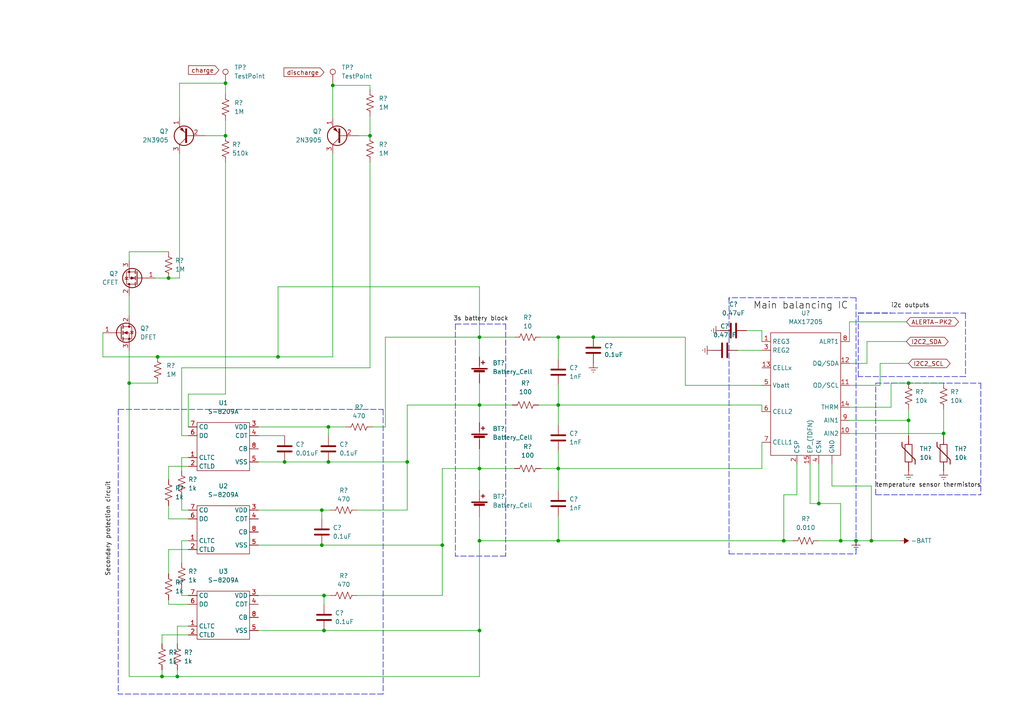
<source format=kicad_sch>
(kicad_sch (version 20211123) (generator eeschema)

  (uuid 2aa8f2aa-edad-46ce-a95a-129e6105e161)

  (paper "A4")

  (lib_symbols
    (symbol "Connector:TestPoint" (pin_numbers hide) (pin_names (offset 0.762) hide) (in_bom yes) (on_board yes)
      (property "Reference" "TP" (id 0) (at 0 6.858 0)
        (effects (font (size 1.27 1.27)))
      )
      (property "Value" "TestPoint" (id 1) (at 0 5.08 0)
        (effects (font (size 1.27 1.27)))
      )
      (property "Footprint" "" (id 2) (at 5.08 0 0)
        (effects (font (size 1.27 1.27)) hide)
      )
      (property "Datasheet" "~" (id 3) (at 5.08 0 0)
        (effects (font (size 1.27 1.27)) hide)
      )
      (property "ki_keywords" "test point tp" (id 4) (at 0 0 0)
        (effects (font (size 1.27 1.27)) hide)
      )
      (property "ki_description" "test point" (id 5) (at 0 0 0)
        (effects (font (size 1.27 1.27)) hide)
      )
      (property "ki_fp_filters" "Pin* Test*" (id 6) (at 0 0 0)
        (effects (font (size 1.27 1.27)) hide)
      )
      (symbol "TestPoint_0_1"
        (circle (center 0 3.302) (radius 0.762)
          (stroke (width 0) (type default) (color 0 0 0 0))
          (fill (type none))
        )
      )
      (symbol "TestPoint_1_1"
        (pin passive line (at 0 0 90) (length 2.54)
          (name "1" (effects (font (size 1.27 1.27))))
          (number "1" (effects (font (size 1.27 1.27))))
        )
      )
    )
    (symbol "Device:Battery_Cell" (pin_numbers hide) (pin_names (offset 0) hide) (in_bom yes) (on_board yes)
      (property "Reference" "BT" (id 0) (at 2.54 2.54 0)
        (effects (font (size 1.27 1.27)) (justify left))
      )
      (property "Value" "Battery_Cell" (id 1) (at 2.54 0 0)
        (effects (font (size 1.27 1.27)) (justify left))
      )
      (property "Footprint" "" (id 2) (at 0 1.524 90)
        (effects (font (size 1.27 1.27)) hide)
      )
      (property "Datasheet" "~" (id 3) (at 0 1.524 90)
        (effects (font (size 1.27 1.27)) hide)
      )
      (property "ki_keywords" "battery cell" (id 4) (at 0 0 0)
        (effects (font (size 1.27 1.27)) hide)
      )
      (property "ki_description" "Single-cell battery" (id 5) (at 0 0 0)
        (effects (font (size 1.27 1.27)) hide)
      )
      (symbol "Battery_Cell_0_1"
        (rectangle (start -2.286 1.778) (end 2.286 1.524)
          (stroke (width 0) (type default) (color 0 0 0 0))
          (fill (type outline))
        )
        (rectangle (start -1.5748 1.1938) (end 1.4732 0.6858)
          (stroke (width 0) (type default) (color 0 0 0 0))
          (fill (type outline))
        )
        (polyline
          (pts
            (xy 0 0.762)
            (xy 0 0)
          )
          (stroke (width 0) (type default) (color 0 0 0 0))
          (fill (type none))
        )
        (polyline
          (pts
            (xy 0 1.778)
            (xy 0 2.54)
          )
          (stroke (width 0) (type default) (color 0 0 0 0))
          (fill (type none))
        )
        (polyline
          (pts
            (xy 0.508 3.429)
            (xy 1.524 3.429)
          )
          (stroke (width 0.254) (type default) (color 0 0 0 0))
          (fill (type none))
        )
        (polyline
          (pts
            (xy 1.016 3.937)
            (xy 1.016 2.921)
          )
          (stroke (width 0.254) (type default) (color 0 0 0 0))
          (fill (type none))
        )
      )
      (symbol "Battery_Cell_1_1"
        (pin passive line (at 0 5.08 270) (length 2.54)
          (name "+" (effects (font (size 1.27 1.27))))
          (number "1" (effects (font (size 1.27 1.27))))
        )
        (pin passive line (at 0 -2.54 90) (length 2.54)
          (name "-" (effects (font (size 1.27 1.27))))
          (number "2" (effects (font (size 1.27 1.27))))
        )
      )
    )
    (symbol "Device:C" (pin_numbers hide) (pin_names (offset 0.254)) (in_bom yes) (on_board yes)
      (property "Reference" "C" (id 0) (at 0.635 2.54 0)
        (effects (font (size 1.27 1.27)) (justify left))
      )
      (property "Value" "C" (id 1) (at 0.635 -2.54 0)
        (effects (font (size 1.27 1.27)) (justify left))
      )
      (property "Footprint" "" (id 2) (at 0.9652 -3.81 0)
        (effects (font (size 1.27 1.27)) hide)
      )
      (property "Datasheet" "~" (id 3) (at 0 0 0)
        (effects (font (size 1.27 1.27)) hide)
      )
      (property "ki_keywords" "cap capacitor" (id 4) (at 0 0 0)
        (effects (font (size 1.27 1.27)) hide)
      )
      (property "ki_description" "Unpolarized capacitor" (id 5) (at 0 0 0)
        (effects (font (size 1.27 1.27)) hide)
      )
      (property "ki_fp_filters" "C_*" (id 6) (at 0 0 0)
        (effects (font (size 1.27 1.27)) hide)
      )
      (symbol "C_0_1"
        (polyline
          (pts
            (xy -2.032 -0.762)
            (xy 2.032 -0.762)
          )
          (stroke (width 0.508) (type default) (color 0 0 0 0))
          (fill (type none))
        )
        (polyline
          (pts
            (xy -2.032 0.762)
            (xy 2.032 0.762)
          )
          (stroke (width 0.508) (type default) (color 0 0 0 0))
          (fill (type none))
        )
      )
      (symbol "C_1_1"
        (pin passive line (at 0 3.81 270) (length 2.794)
          (name "~" (effects (font (size 1.27 1.27))))
          (number "1" (effects (font (size 1.27 1.27))))
        )
        (pin passive line (at 0 -3.81 90) (length 2.794)
          (name "~" (effects (font (size 1.27 1.27))))
          (number "2" (effects (font (size 1.27 1.27))))
        )
      )
    )
    (symbol "Device:Q_NMOS_GDS" (pin_names (offset 0) hide) (in_bom yes) (on_board yes)
      (property "Reference" "Q" (id 0) (at 5.08 1.27 0)
        (effects (font (size 1.27 1.27)) (justify left))
      )
      (property "Value" "Q_NMOS_GDS" (id 1) (at 5.08 -1.27 0)
        (effects (font (size 1.27 1.27)) (justify left))
      )
      (property "Footprint" "" (id 2) (at 5.08 2.54 0)
        (effects (font (size 1.27 1.27)) hide)
      )
      (property "Datasheet" "~" (id 3) (at 0 0 0)
        (effects (font (size 1.27 1.27)) hide)
      )
      (property "ki_keywords" "transistor NMOS N-MOS N-MOSFET" (id 4) (at 0 0 0)
        (effects (font (size 1.27 1.27)) hide)
      )
      (property "ki_description" "N-MOSFET transistor, gate/drain/source" (id 5) (at 0 0 0)
        (effects (font (size 1.27 1.27)) hide)
      )
      (symbol "Q_NMOS_GDS_0_1"
        (polyline
          (pts
            (xy 0.254 0)
            (xy -2.54 0)
          )
          (stroke (width 0) (type default) (color 0 0 0 0))
          (fill (type none))
        )
        (polyline
          (pts
            (xy 0.254 1.905)
            (xy 0.254 -1.905)
          )
          (stroke (width 0.254) (type default) (color 0 0 0 0))
          (fill (type none))
        )
        (polyline
          (pts
            (xy 0.762 -1.27)
            (xy 0.762 -2.286)
          )
          (stroke (width 0.254) (type default) (color 0 0 0 0))
          (fill (type none))
        )
        (polyline
          (pts
            (xy 0.762 0.508)
            (xy 0.762 -0.508)
          )
          (stroke (width 0.254) (type default) (color 0 0 0 0))
          (fill (type none))
        )
        (polyline
          (pts
            (xy 0.762 2.286)
            (xy 0.762 1.27)
          )
          (stroke (width 0.254) (type default) (color 0 0 0 0))
          (fill (type none))
        )
        (polyline
          (pts
            (xy 2.54 2.54)
            (xy 2.54 1.778)
          )
          (stroke (width 0) (type default) (color 0 0 0 0))
          (fill (type none))
        )
        (polyline
          (pts
            (xy 2.54 -2.54)
            (xy 2.54 0)
            (xy 0.762 0)
          )
          (stroke (width 0) (type default) (color 0 0 0 0))
          (fill (type none))
        )
        (polyline
          (pts
            (xy 0.762 -1.778)
            (xy 3.302 -1.778)
            (xy 3.302 1.778)
            (xy 0.762 1.778)
          )
          (stroke (width 0) (type default) (color 0 0 0 0))
          (fill (type none))
        )
        (polyline
          (pts
            (xy 1.016 0)
            (xy 2.032 0.381)
            (xy 2.032 -0.381)
            (xy 1.016 0)
          )
          (stroke (width 0) (type default) (color 0 0 0 0))
          (fill (type outline))
        )
        (polyline
          (pts
            (xy 2.794 0.508)
            (xy 2.921 0.381)
            (xy 3.683 0.381)
            (xy 3.81 0.254)
          )
          (stroke (width 0) (type default) (color 0 0 0 0))
          (fill (type none))
        )
        (polyline
          (pts
            (xy 3.302 0.381)
            (xy 2.921 -0.254)
            (xy 3.683 -0.254)
            (xy 3.302 0.381)
          )
          (stroke (width 0) (type default) (color 0 0 0 0))
          (fill (type none))
        )
        (circle (center 1.651 0) (radius 2.794)
          (stroke (width 0.254) (type default) (color 0 0 0 0))
          (fill (type none))
        )
        (circle (center 2.54 -1.778) (radius 0.254)
          (stroke (width 0) (type default) (color 0 0 0 0))
          (fill (type outline))
        )
        (circle (center 2.54 1.778) (radius 0.254)
          (stroke (width 0) (type default) (color 0 0 0 0))
          (fill (type outline))
        )
      )
      (symbol "Q_NMOS_GDS_1_1"
        (pin input line (at -5.08 0 0) (length 2.54)
          (name "G" (effects (font (size 1.27 1.27))))
          (number "1" (effects (font (size 1.27 1.27))))
        )
        (pin passive line (at 2.54 5.08 270) (length 2.54)
          (name "D" (effects (font (size 1.27 1.27))))
          (number "2" (effects (font (size 1.27 1.27))))
        )
        (pin passive line (at 2.54 -5.08 90) (length 2.54)
          (name "S" (effects (font (size 1.27 1.27))))
          (number "3" (effects (font (size 1.27 1.27))))
        )
      )
    )
    (symbol "Device:R_US" (pin_numbers hide) (pin_names (offset 0)) (in_bom yes) (on_board yes)
      (property "Reference" "R" (id 0) (at 2.54 0 90)
        (effects (font (size 1.27 1.27)))
      )
      (property "Value" "R_US" (id 1) (at -2.54 0 90)
        (effects (font (size 1.27 1.27)))
      )
      (property "Footprint" "" (id 2) (at 1.016 -0.254 90)
        (effects (font (size 1.27 1.27)) hide)
      )
      (property "Datasheet" "~" (id 3) (at 0 0 0)
        (effects (font (size 1.27 1.27)) hide)
      )
      (property "ki_keywords" "R res resistor" (id 4) (at 0 0 0)
        (effects (font (size 1.27 1.27)) hide)
      )
      (property "ki_description" "Resistor, US symbol" (id 5) (at 0 0 0)
        (effects (font (size 1.27 1.27)) hide)
      )
      (property "ki_fp_filters" "R_*" (id 6) (at 0 0 0)
        (effects (font (size 1.27 1.27)) hide)
      )
      (symbol "R_US_0_1"
        (polyline
          (pts
            (xy 0 -2.286)
            (xy 0 -2.54)
          )
          (stroke (width 0) (type default) (color 0 0 0 0))
          (fill (type none))
        )
        (polyline
          (pts
            (xy 0 2.286)
            (xy 0 2.54)
          )
          (stroke (width 0) (type default) (color 0 0 0 0))
          (fill (type none))
        )
        (polyline
          (pts
            (xy 0 -0.762)
            (xy 1.016 -1.143)
            (xy 0 -1.524)
            (xy -1.016 -1.905)
            (xy 0 -2.286)
          )
          (stroke (width 0) (type default) (color 0 0 0 0))
          (fill (type none))
        )
        (polyline
          (pts
            (xy 0 0.762)
            (xy 1.016 0.381)
            (xy 0 0)
            (xy -1.016 -0.381)
            (xy 0 -0.762)
          )
          (stroke (width 0) (type default) (color 0 0 0 0))
          (fill (type none))
        )
        (polyline
          (pts
            (xy 0 2.286)
            (xy 1.016 1.905)
            (xy 0 1.524)
            (xy -1.016 1.143)
            (xy 0 0.762)
          )
          (stroke (width 0) (type default) (color 0 0 0 0))
          (fill (type none))
        )
      )
      (symbol "R_US_1_1"
        (pin passive line (at 0 3.81 270) (length 1.27)
          (name "~" (effects (font (size 1.27 1.27))))
          (number "1" (effects (font (size 1.27 1.27))))
        )
        (pin passive line (at 0 -3.81 90) (length 1.27)
          (name "~" (effects (font (size 1.27 1.27))))
          (number "2" (effects (font (size 1.27 1.27))))
        )
      )
    )
    (symbol "Device:Thermistor" (pin_numbers hide) (pin_names (offset 0)) (in_bom yes) (on_board yes)
      (property "Reference" "TH" (id 0) (at 2.54 1.27 90)
        (effects (font (size 1.27 1.27)))
      )
      (property "Value" "Thermistor" (id 1) (at -2.54 0 90)
        (effects (font (size 1.27 1.27)) (justify bottom))
      )
      (property "Footprint" "" (id 2) (at 0 0 0)
        (effects (font (size 1.27 1.27)) hide)
      )
      (property "Datasheet" "~" (id 3) (at 0 0 0)
        (effects (font (size 1.27 1.27)) hide)
      )
      (property "ki_keywords" "R res thermistor" (id 4) (at 0 0 0)
        (effects (font (size 1.27 1.27)) hide)
      )
      (property "ki_description" "Temperature dependent resistor" (id 5) (at 0 0 0)
        (effects (font (size 1.27 1.27)) hide)
      )
      (property "ki_fp_filters" "R_*" (id 6) (at 0 0 0)
        (effects (font (size 1.27 1.27)) hide)
      )
      (symbol "Thermistor_0_1"
        (rectangle (start -1.016 2.54) (end 1.016 -2.54)
          (stroke (width 0.2032) (type default) (color 0 0 0 0))
          (fill (type none))
        )
        (polyline
          (pts
            (xy -1.905 3.175)
            (xy -1.905 1.905)
            (xy 1.905 -1.905)
            (xy 1.905 -3.175)
            (xy 1.905 -3.175)
          )
          (stroke (width 0.254) (type default) (color 0 0 0 0))
          (fill (type none))
        )
      )
      (symbol "Thermistor_1_1"
        (pin passive line (at 0 5.08 270) (length 2.54)
          (name "~" (effects (font (size 1.27 1.27))))
          (number "1" (effects (font (size 1.27 1.27))))
        )
        (pin passive line (at 0 -5.08 90) (length 2.54)
          (name "~" (effects (font (size 1.27 1.27))))
          (number "2" (effects (font (size 1.27 1.27))))
        )
      )
    )
    (symbol "Transistor_BJT:2N3905" (pin_names (offset 0) hide) (in_bom yes) (on_board yes)
      (property "Reference" "Q" (id 0) (at 5.08 1.905 0)
        (effects (font (size 1.27 1.27)) (justify left))
      )
      (property "Value" "2N3905" (id 1) (at 5.08 0 0)
        (effects (font (size 1.27 1.27)) (justify left))
      )
      (property "Footprint" "Package_TO_SOT_THT:TO-92_Inline" (id 2) (at 5.08 -1.905 0)
        (effects (font (size 1.27 1.27) italic) (justify left) hide)
      )
      (property "Datasheet" "https://www.nteinc.com/specs/original/2N3905_06.pdf" (id 3) (at 0 0 0)
        (effects (font (size 1.27 1.27)) (justify left) hide)
      )
      (property "ki_keywords" "PNP Transistor" (id 4) (at 0 0 0)
        (effects (font (size 1.27 1.27)) hide)
      )
      (property "ki_description" "-0.2A Ic, -40V Vce, Small Signal PNP Transistor, TO-92" (id 5) (at 0 0 0)
        (effects (font (size 1.27 1.27)) hide)
      )
      (property "ki_fp_filters" "TO?92*" (id 6) (at 0 0 0)
        (effects (font (size 1.27 1.27)) hide)
      )
      (symbol "2N3905_0_1"
        (polyline
          (pts
            (xy 0.635 0.635)
            (xy 2.54 2.54)
          )
          (stroke (width 0) (type default) (color 0 0 0 0))
          (fill (type none))
        )
        (polyline
          (pts
            (xy 0.635 -0.635)
            (xy 2.54 -2.54)
            (xy 2.54 -2.54)
          )
          (stroke (width 0) (type default) (color 0 0 0 0))
          (fill (type none))
        )
        (polyline
          (pts
            (xy 0.635 1.905)
            (xy 0.635 -1.905)
            (xy 0.635 -1.905)
          )
          (stroke (width 0.508) (type default) (color 0 0 0 0))
          (fill (type none))
        )
        (polyline
          (pts
            (xy 2.286 -1.778)
            (xy 1.778 -2.286)
            (xy 1.27 -1.27)
            (xy 2.286 -1.778)
            (xy 2.286 -1.778)
          )
          (stroke (width 0) (type default) (color 0 0 0 0))
          (fill (type outline))
        )
        (circle (center 1.27 0) (radius 2.8194)
          (stroke (width 0.254) (type default) (color 0 0 0 0))
          (fill (type none))
        )
      )
      (symbol "2N3905_1_1"
        (pin passive line (at 2.54 -5.08 90) (length 2.54)
          (name "E" (effects (font (size 1.27 1.27))))
          (number "1" (effects (font (size 1.27 1.27))))
        )
        (pin input line (at -5.08 0 0) (length 5.715)
          (name "B" (effects (font (size 1.27 1.27))))
          (number "2" (effects (font (size 1.27 1.27))))
        )
        (pin passive line (at 2.54 5.08 270) (length 2.54)
          (name "C" (effects (font (size 1.27 1.27))))
          (number "3" (effects (font (size 1.27 1.27))))
        )
      )
    )
    (symbol "bmslib:MAX17205" (in_bom yes) (on_board yes)
      (property "Reference" "U" (id 0) (at 1.27 15.24 0)
        (effects (font (size 1.27 1.27)))
      )
      (property "Value" "MAX17205" (id 1) (at 1.27 12.7 0)
        (effects (font (size 1.27 1.27)))
      )
      (property "Footprint" "" (id 2) (at 0 0 0)
        (effects (font (size 1.27 1.27)) hide)
      )
      (property "Datasheet" "" (id 3) (at 0 0 0)
        (effects (font (size 1.27 1.27)) hide)
      )
      (symbol "MAX17205_0_1"
        (rectangle (start -8.89 11.43) (end 11.43 -24.13)
          (stroke (width 0) (type default) (color 0 0 0 0))
          (fill (type none))
        )
        (rectangle (start 11.43 -6.35) (end 11.43 -6.35)
          (stroke (width 0) (type default) (color 0 0 0 0))
          (fill (type none))
        )
      )
      (symbol "MAX17205_1_1"
        (pin output line (at 8.89 -26.67 90) (length 2.54)
          (name "GND" (effects (font (size 1.27 1.27))))
          (number "" (effects (font (size 1.27 1.27))))
        )
        (pin output line (at -11.43 8.89 0) (length 2.54)
          (name "REG3" (effects (font (size 1.27 1.27))))
          (number "1" (effects (font (size 1.27 1.27))))
        )
        (pin input line (at 13.97 -17.78 180) (length 2.54)
          (name "AIN2" (effects (font (size 1.27 1.27))))
          (number "10" (effects (font (size 1.27 1.27))))
        )
        (pin input line (at 13.97 -3.81 180) (length 2.54)
          (name "OD/SCL" (effects (font (size 1.27 1.27))))
          (number "11" (effects (font (size 1.27 1.27))))
        )
        (pin bidirectional line (at 13.97 2.54 180) (length 2.54)
          (name "DQ/SDA" (effects (font (size 1.27 1.27))))
          (number "12" (effects (font (size 1.27 1.27))))
        )
        (pin bidirectional line (at -11.43 1.27 0) (length 2.54)
          (name "CELLx" (effects (font (size 1.27 1.27))))
          (number "13" (effects (font (size 1.27 1.27))))
        )
        (pin input line (at 13.97 -10.16 180) (length 2.54)
          (name "THRM" (effects (font (size 1.27 1.27))))
          (number "14" (effects (font (size 1.27 1.27))))
        )
        (pin input line (at 2.54 -26.67 90) (length 2.54)
          (name "EP_(TDFN)" (effects (font (size 1.27 1.27))))
          (number "15" (effects (font (size 1.27 1.27))))
        )
        (pin input line (at -1.27 -26.67 90) (length 2.54)
          (name "CSP" (effects (font (size 1.27 1.27))))
          (number "2" (effects (font (size 1.27 1.27))))
        )
        (pin output line (at -11.43 6.35 0) (length 2.54)
          (name "REG2" (effects (font (size 1.27 1.27))))
          (number "3" (effects (font (size 1.27 1.27))))
        )
        (pin input line (at 5.08 -26.67 90) (length 2.54)
          (name "CSN" (effects (font (size 1.27 1.27))))
          (number "4" (effects (font (size 1.27 1.27))))
        )
        (pin input line (at -11.43 -3.81 0) (length 2.54)
          (name "Vbatt" (effects (font (size 1.27 1.27))))
          (number "5" (effects (font (size 1.27 1.27))))
        )
        (pin input line (at -11.43 -11.43 0) (length 2.54)
          (name "CELL2" (effects (font (size 1.27 1.27))))
          (number "6" (effects (font (size 1.27 1.27))))
        )
        (pin input line (at -11.43 -20.32 0) (length 2.54)
          (name "CELL1" (effects (font (size 1.27 1.27))))
          (number "7" (effects (font (size 1.27 1.27))))
        )
        (pin output line (at 13.97 8.89 180) (length 2.54)
          (name "ALRT1" (effects (font (size 1.27 1.27))))
          (number "8" (effects (font (size 1.27 1.27))))
        )
        (pin input line (at 13.97 -13.97 180) (length 2.54)
          (name "AIN1" (effects (font (size 1.27 1.27))))
          (number "9" (effects (font (size 1.27 1.27))))
        )
      )
    )
    (symbol "bmslib:S-8209A" (in_bom yes) (on_board yes)
      (property "Reference" "U" (id 0) (at 0 -8.89 0)
        (effects (font (size 1.27 1.27)))
      )
      (property "Value" "S-8209A" (id 1) (at 0 7.62 0)
        (effects (font (size 1.27 1.27)))
      )
      (property "Footprint" "" (id 2) (at 0 0 0)
        (effects (font (size 1.27 1.27)) hide)
      )
      (property "Datasheet" "" (id 3) (at 0 0 0)
        (effects (font (size 1.27 1.27)) hide)
      )
      (symbol "S-8209A_0_1"
        (rectangle (start -7.62 6.35) (end 7.62 -7.62)
          (stroke (width 0) (type default) (color 0 0 0 0))
          (fill (type none))
        )
      )
      (symbol "S-8209A_1_1"
        (pin bidirectional line (at -10.16 -3.81 0) (length 2.54)
          (name "CLTC" (effects (font (size 1.27 1.27))))
          (number "1" (effects (font (size 1.27 1.27))))
        )
        (pin bidirectional line (at -10.16 -6.35 0) (length 2.54)
          (name "CTLD" (effects (font (size 1.27 1.27))))
          (number "2" (effects (font (size 1.27 1.27))))
        )
        (pin input line (at 10.16 5.08 180) (length 2.54)
          (name "VDD" (effects (font (size 1.27 1.27))))
          (number "3" (effects (font (size 1.27 1.27))))
        )
        (pin input line (at 10.16 2.54 180) (length 2.54)
          (name "CDT" (effects (font (size 1.27 1.27))))
          (number "4" (effects (font (size 1.27 1.27))))
        )
        (pin input line (at 10.16 -5.08 180) (length 2.54)
          (name "VSS" (effects (font (size 1.27 1.27))))
          (number "5" (effects (font (size 1.27 1.27))))
        )
        (pin output line (at -10.16 2.54 0) (length 2.54)
          (name "DO" (effects (font (size 1.27 1.27))))
          (number "6" (effects (font (size 1.27 1.27))))
        )
        (pin output line (at -10.16 5.08 0) (length 2.54)
          (name "CO" (effects (font (size 1.27 1.27))))
          (number "7" (effects (font (size 1.27 1.27))))
        )
        (pin output line (at 10.16 -1.27 180) (length 2.54)
          (name "CB" (effects (font (size 1.27 1.27))))
          (number "8" (effects (font (size 1.27 1.27))))
        )
      )
    )
    (symbol "power:-BATT" (power) (pin_names (offset 0)) (in_bom yes) (on_board yes)
      (property "Reference" "#PWR" (id 0) (at 0 -3.81 0)
        (effects (font (size 1.27 1.27)) hide)
      )
      (property "Value" "-BATT" (id 1) (at 0 3.556 0)
        (effects (font (size 1.27 1.27)))
      )
      (property "Footprint" "" (id 2) (at 0 0 0)
        (effects (font (size 1.27 1.27)) hide)
      )
      (property "Datasheet" "" (id 3) (at 0 0 0)
        (effects (font (size 1.27 1.27)) hide)
      )
      (property "ki_keywords" "power-flag battery" (id 4) (at 0 0 0)
        (effects (font (size 1.27 1.27)) hide)
      )
      (property "ki_description" "Power symbol creates a global label with name \"-BATT\"" (id 5) (at 0 0 0)
        (effects (font (size 1.27 1.27)) hide)
      )
      (symbol "-BATT_0_1"
        (polyline
          (pts
            (xy 0 0)
            (xy 0 2.54)
          )
          (stroke (width 0) (type default) (color 0 0 0 0))
          (fill (type none))
        )
        (polyline
          (pts
            (xy 0.762 1.27)
            (xy -0.762 1.27)
            (xy 0 2.54)
            (xy 0.762 1.27)
          )
          (stroke (width 0) (type default) (color 0 0 0 0))
          (fill (type outline))
        )
      )
      (symbol "-BATT_1_1"
        (pin power_in line (at 0 0 90) (length 0) hide
          (name "-BATT" (effects (font (size 1.27 1.27))))
          (number "1" (effects (font (size 1.27 1.27))))
        )
      )
    )
    (symbol "power:Earth" (power) (pin_names (offset 0)) (in_bom yes) (on_board yes)
      (property "Reference" "#PWR" (id 0) (at 0 -6.35 0)
        (effects (font (size 1.27 1.27)) hide)
      )
      (property "Value" "Earth" (id 1) (at 0 -3.81 0)
        (effects (font (size 1.27 1.27)) hide)
      )
      (property "Footprint" "" (id 2) (at 0 0 0)
        (effects (font (size 1.27 1.27)) hide)
      )
      (property "Datasheet" "~" (id 3) (at 0 0 0)
        (effects (font (size 1.27 1.27)) hide)
      )
      (property "ki_keywords" "power-flag ground gnd" (id 4) (at 0 0 0)
        (effects (font (size 1.27 1.27)) hide)
      )
      (property "ki_description" "Power symbol creates a global label with name \"Earth\"" (id 5) (at 0 0 0)
        (effects (font (size 1.27 1.27)) hide)
      )
      (symbol "Earth_0_1"
        (polyline
          (pts
            (xy -0.635 -1.905)
            (xy 0.635 -1.905)
          )
          (stroke (width 0) (type default) (color 0 0 0 0))
          (fill (type none))
        )
        (polyline
          (pts
            (xy -0.127 -2.54)
            (xy 0.127 -2.54)
          )
          (stroke (width 0) (type default) (color 0 0 0 0))
          (fill (type none))
        )
        (polyline
          (pts
            (xy 0 -1.27)
            (xy 0 0)
          )
          (stroke (width 0) (type default) (color 0 0 0 0))
          (fill (type none))
        )
        (polyline
          (pts
            (xy 1.27 -1.27)
            (xy -1.27 -1.27)
          )
          (stroke (width 0) (type default) (color 0 0 0 0))
          (fill (type none))
        )
      )
      (symbol "Earth_1_1"
        (pin power_in line (at 0 0 270) (length 0) hide
          (name "Earth" (effects (font (size 1.27 1.27))))
          (number "1" (effects (font (size 1.27 1.27))))
        )
      )
    )
  )

  (junction (at 37.465 111.125) (diameter 0) (color 0 0 0 0)
    (uuid 0671900f-34b7-4366-8331-939089d92602)
  )
  (junction (at 263.525 121.92) (diameter 0) (color 0 0 0 0)
    (uuid 132105dd-ae93-42a9-9829-b8f5a16741ec)
  )
  (junction (at 82.55 133.985) (diameter 0) (color 0 0 0 0)
    (uuid 1c1ae40b-1fad-49ac-a11c-ee65071d00f6)
  )
  (junction (at 139.065 117.475) (diameter 0) (color 0 0 0 0)
    (uuid 1d6adf98-1991-435d-bf30-e230c2c6b96a)
  )
  (junction (at 248.285 156.845) (diameter 0) (color 0 0 0 0)
    (uuid 1ffef2c1-2799-4ff3-90e7-263ef1680949)
  )
  (junction (at 161.925 135.89) (diameter 0) (color 0 0 0 0)
    (uuid 27e09ce0-fea9-4b4b-92b1-b4a4bb4fb7ba)
  )
  (junction (at 65.405 39.37) (diameter 0) (color 0 0 0 0)
    (uuid 33a1bd63-9ebb-4333-8dce-03a9819931a5)
  )
  (junction (at 107.315 39.37) (diameter 0) (color 0 0 0 0)
    (uuid 3a4b521f-84fc-4080-a827-552ec87a3365)
  )
  (junction (at 273.685 125.73) (diameter 0) (color 0 0 0 0)
    (uuid 3b0c3cf2-0383-4407-aede-d8e777e8dedc)
  )
  (junction (at 95.25 133.985) (diameter 0) (color 0 0 0 0)
    (uuid 3c0dfad7-8b25-4a18-90bc-b2987441ad6c)
  )
  (junction (at 252.73 156.845) (diameter 0) (color 0 0 0 0)
    (uuid 3eb78a02-01ac-4085-8275-5bf12330f097)
  )
  (junction (at 139.065 156.845) (diameter 0) (color 0 0 0 0)
    (uuid 4cb9752f-072c-4e46-9ee3-ff655eaddb6f)
  )
  (junction (at 227.33 156.845) (diameter 0) (color 0 0 0 0)
    (uuid 4dc0c1ba-717c-438c-8ae4-2caf72ac8fe1)
  )
  (junction (at 93.98 182.88) (diameter 0) (color 0 0 0 0)
    (uuid 51b28805-bdba-464b-847a-39a8c1349cff)
  )
  (junction (at 93.345 147.955) (diameter 0) (color 0 0 0 0)
    (uuid 53c14c79-1c01-4962-9744-adf69d4b1efb)
  )
  (junction (at 243.84 156.845) (diameter 0) (color 0 0 0 0)
    (uuid 5c0d4120-46e0-4791-89ed-ce6fb220c28a)
  )
  (junction (at 96.52 24.765) (diameter 0) (color 0 0 0 0)
    (uuid 5ecd6d20-9364-4634-b26a-c47628e3e3cb)
  )
  (junction (at 161.925 117.475) (diameter 0) (color 0 0 0 0)
    (uuid 67a5a599-bc30-4d47-9eb5-a139cbdabadc)
  )
  (junction (at 45.72 103.505) (diameter 0) (color 0 0 0 0)
    (uuid 6a3b0411-486c-420b-bf5f-42b595fe35cf)
  )
  (junction (at 95.25 123.825) (diameter 0) (color 0 0 0 0)
    (uuid 6a5ec974-e1e6-4616-9652-dd8d0dab2ea4)
  )
  (junction (at 118.11 133.985) (diameter 0) (color 0 0 0 0)
    (uuid 762290c4-d488-4713-a3ee-f012274c8de2)
  )
  (junction (at 161.925 156.845) (diameter 0) (color 0 0 0 0)
    (uuid 7bda504b-8dce-4d92-b000-9b0e8d695e03)
  )
  (junction (at 139.065 97.79) (diameter 0) (color 0 0 0 0)
    (uuid 86fbad66-478e-4899-8636-83005148cff0)
  )
  (junction (at 237.49 146.05) (diameter 0) (color 0 0 0 0)
    (uuid 8b136b8a-cad3-4b04-8998-a2f96614c415)
  )
  (junction (at 93.98 172.72) (diameter 0) (color 0 0 0 0)
    (uuid 8d6387c2-cc69-4283-b079-1c640365ad79)
  )
  (junction (at 46.99 196.215) (diameter 0) (color 0 0 0 0)
    (uuid 9c0510d7-dc10-4672-a752-70f92b80aa57)
  )
  (junction (at 139.065 135.89) (diameter 0) (color 0 0 0 0)
    (uuid a0fbba1a-7114-4899-9452-0f035effb9cb)
  )
  (junction (at 51.435 196.215) (diameter 0) (color 0 0 0 0)
    (uuid a5b9d858-3a74-4390-89bc-46693d96da4f)
  )
  (junction (at 139.065 182.88) (diameter 0) (color 0 0 0 0)
    (uuid b871bca3-812d-44f5-8867-e423c235124e)
  )
  (junction (at 172.085 97.79) (diameter 0) (color 0 0 0 0)
    (uuid bc822eba-f3df-4104-a5db-8f0ae85dc08b)
  )
  (junction (at 48.895 80.645) (diameter 0) (color 0 0 0 0)
    (uuid ca7f26d4-eb19-4874-8712-f87e3dcc989c)
  )
  (junction (at 128.27 158.115) (diameter 0) (color 0 0 0 0)
    (uuid d9225ade-c941-497f-9455-8f679a279881)
  )
  (junction (at 93.345 158.115) (diameter 0) (color 0 0 0 0)
    (uuid dafa5669-4e90-49af-ab66-c8a4fdcf4adb)
  )
  (junction (at 263.525 111.125) (diameter 0) (color 0 0 0 0)
    (uuid e12009eb-742b-44b0-99f3-beea197b2c6b)
  )
  (junction (at 161.925 97.79) (diameter 0) (color 0 0 0 0)
    (uuid f1db6875-6caa-49be-89b4-30c63bf33aa2)
  )
  (junction (at 80.645 103.505) (diameter 0) (color 0 0 0 0)
    (uuid f2356dba-bed9-4759-b2f4-889139c9075f)
  )
  (junction (at 65.405 24.13) (diameter 0) (color 0 0 0 0)
    (uuid f4c111e0-5974-453d-8459-a8fc3d16e054)
  )

  (wire (pts (xy 139.065 135.89) (xy 149.225 135.89))
    (stroke (width 0) (type default) (color 0 0 0 0))
    (uuid 016b9786-f009-44e0-9267-76f03fb52cc7)
  )
  (wire (pts (xy 139.065 130.175) (xy 139.065 135.89))
    (stroke (width 0) (type default) (color 0 0 0 0))
    (uuid 01b80a98-f305-42df-9c86-084131712e77)
  )
  (wire (pts (xy 74.93 158.115) (xy 93.345 158.115))
    (stroke (width 0) (type default) (color 0 0 0 0))
    (uuid 02a4f322-fba8-481f-80fc-87b76b80fb67)
  )
  (wire (pts (xy 96.52 103.505) (xy 96.52 44.45))
    (stroke (width 0) (type default) (color 0 0 0 0))
    (uuid 049da9bb-9a50-4cb1-b78e-9b63e72244e4)
  )
  (wire (pts (xy 139.065 83.185) (xy 139.065 97.79))
    (stroke (width 0) (type default) (color 0 0 0 0))
    (uuid 06eb52e3-ba21-4a65-9e69-4ffd3197f18c)
  )
  (polyline (pts (xy 280.035 109.22) (xy 248.92 109.22))
    (stroke (width 0) (type default) (color 0 0 0 0))
    (uuid 09993b2e-88e6-4099-a2a1-18148b76ebd7)
  )

  (wire (pts (xy 227.33 156.845) (xy 229.87 156.845))
    (stroke (width 0) (type default) (color 0 0 0 0))
    (uuid 0b956f4d-3487-4318-a930-2c50ca7bf847)
  )
  (wire (pts (xy 93.98 182.88) (xy 139.065 182.88))
    (stroke (width 0) (type default) (color 0 0 0 0))
    (uuid 0e00d504-9206-445c-af2e-026eeae7373d)
  )
  (wire (pts (xy 54.61 126.365) (xy 52.705 126.365))
    (stroke (width 0) (type default) (color 0 0 0 0))
    (uuid 0e18207b-2cd2-497d-b2ea-ee0d37ffcbdb)
  )
  (wire (pts (xy 103.505 172.72) (xy 128.27 172.72))
    (stroke (width 0) (type default) (color 0 0 0 0))
    (uuid 0e92d026-91ac-46c0-985f-23ad72791177)
  )
  (wire (pts (xy 95.25 133.985) (xy 118.11 133.985))
    (stroke (width 0) (type default) (color 0 0 0 0))
    (uuid 14054a90-bd65-4381-b106-d2f5c44d3804)
  )
  (wire (pts (xy 52.705 156.845) (xy 52.705 163.195))
    (stroke (width 0) (type default) (color 0 0 0 0))
    (uuid 1514f0da-f5ce-4f56-82ac-b24ef6a22587)
  )
  (wire (pts (xy 139.065 117.475) (xy 148.59 117.475))
    (stroke (width 0) (type default) (color 0 0 0 0))
    (uuid 16bd9686-9c4d-4a70-9a9d-6cebd324cf39)
  )
  (wire (pts (xy 237.49 146.05) (xy 243.84 146.05))
    (stroke (width 0) (type default) (color 0 0 0 0))
    (uuid 18152cf9-ad75-4775-aab5-07b8e819b2b6)
  )
  (wire (pts (xy 220.98 95.885) (xy 216.535 95.885))
    (stroke (width 0) (type default) (color 0 0 0 0))
    (uuid 19427c50-0ebe-4f93-bbe9-37f904115978)
  )
  (wire (pts (xy 263.525 111.125) (xy 273.685 111.125))
    (stroke (width 0) (type default) (color 0 0 0 0))
    (uuid 1952af99-8635-49da-8578-8c91d7c58bb0)
  )
  (wire (pts (xy 252.73 140.97) (xy 252.73 156.845))
    (stroke (width 0) (type default) (color 0 0 0 0))
    (uuid 1e1ba174-cd25-4a17-b495-eb52c4cae1ff)
  )
  (wire (pts (xy 161.925 149.86) (xy 161.925 156.845))
    (stroke (width 0) (type default) (color 0 0 0 0))
    (uuid 1f690da1-b2ec-4dc3-9df0-d6abf7fbf293)
  )
  (polyline (pts (xy 254 111.125) (xy 284.48 111.125))
    (stroke (width 0) (type default) (color 0 0 0 0))
    (uuid 1ffd099f-c6bb-48f5-bd75-2e508270eab4)
  )

  (wire (pts (xy 54.61 159.385) (xy 48.895 159.385))
    (stroke (width 0) (type default) (color 0 0 0 0))
    (uuid 210ce8b5-b151-4033-8d9d-f96b458259a6)
  )
  (wire (pts (xy 29.845 103.505) (xy 45.72 103.505))
    (stroke (width 0) (type default) (color 0 0 0 0))
    (uuid 21f6a608-ca59-4667-8040-13a0e15a1c11)
  )
  (wire (pts (xy 156.845 135.89) (xy 161.925 135.89))
    (stroke (width 0) (type default) (color 0 0 0 0))
    (uuid 22c829fd-9293-41d8-9dce-ea1647b6799f)
  )
  (wire (pts (xy 65.405 39.37) (xy 65.405 34.925))
    (stroke (width 0) (type default) (color 0 0 0 0))
    (uuid 22da3444-4cb5-403e-92e6-658ec0e0a97e)
  )
  (wire (pts (xy 93.98 172.72) (xy 93.98 175.26))
    (stroke (width 0) (type default) (color 0 0 0 0))
    (uuid 238080cf-8425-4ec2-84ed-caa0e0ec84a5)
  )
  (wire (pts (xy 118.11 133.985) (xy 118.11 117.475))
    (stroke (width 0) (type default) (color 0 0 0 0))
    (uuid 23b4ddd8-f879-462b-af7f-dbb9c3c1f1e0)
  )
  (wire (pts (xy 107.315 106.68) (xy 107.315 46.99))
    (stroke (width 0) (type default) (color 0 0 0 0))
    (uuid 26b515d0-5bcb-4bd4-afe1-52a38d616f91)
  )
  (wire (pts (xy 139.065 156.845) (xy 161.925 156.845))
    (stroke (width 0) (type default) (color 0 0 0 0))
    (uuid 2746dfb8-be35-460c-b6b2-f556f4b7c0a2)
  )
  (wire (pts (xy 161.925 117.475) (xy 220.98 117.475))
    (stroke (width 0) (type default) (color 0 0 0 0))
    (uuid 281429cd-353c-4b0b-a70a-762227637dd0)
  )
  (wire (pts (xy 74.93 133.985) (xy 82.55 133.985))
    (stroke (width 0) (type default) (color 0 0 0 0))
    (uuid 29da43ca-b9aa-4997-beea-6268d2283acc)
  )
  (wire (pts (xy 246.38 111.76) (xy 255.27 111.76))
    (stroke (width 0) (type default) (color 0 0 0 0))
    (uuid 2b0b8ced-5db2-4485-8970-ab8beb393ef6)
  )
  (wire (pts (xy 54.61 132.715) (xy 52.705 132.715))
    (stroke (width 0) (type default) (color 0 0 0 0))
    (uuid 2baeaf95-508f-4058-b8fb-b7c8f03e4a33)
  )
  (polyline (pts (xy 34.29 118.745) (xy 111.125 118.745))
    (stroke (width 0) (type default) (color 0 0 0 0))
    (uuid 2f0b824b-4561-40e3-86a8-5d8e4029aa3b)
  )
  (polyline (pts (xy 111.125 201.295) (xy 34.29 201.295))
    (stroke (width 0) (type default) (color 0 0 0 0))
    (uuid 351d8734-a388-427c-bc2c-a8178b732e73)
  )

  (wire (pts (xy 161.925 135.89) (xy 161.925 130.81))
    (stroke (width 0) (type default) (color 0 0 0 0))
    (uuid 36211e53-3cc4-460a-8a29-fcf7e3e4f273)
  )
  (wire (pts (xy 52.705 170.815) (xy 52.705 172.72))
    (stroke (width 0) (type default) (color 0 0 0 0))
    (uuid 3760cc81-8e7a-44bb-83ea-bfeb5ed240c9)
  )
  (wire (pts (xy 74.93 172.72) (xy 93.98 172.72))
    (stroke (width 0) (type default) (color 0 0 0 0))
    (uuid 37dc945d-e9a0-4f7f-a0a3-bca4cbc3e701)
  )
  (polyline (pts (xy 146.685 93.98) (xy 146.685 161.29))
    (stroke (width 0) (type default) (color 0 0 0 0))
    (uuid 3864b51e-4efa-4b92-8975-4c952b23b67e)
  )

  (wire (pts (xy 128.27 172.72) (xy 128.27 158.115))
    (stroke (width 0) (type default) (color 0 0 0 0))
    (uuid 38b2be13-56e0-4c5d-b24a-9c05e55150a1)
  )
  (wire (pts (xy 51.435 196.215) (xy 139.065 196.215))
    (stroke (width 0) (type default) (color 0 0 0 0))
    (uuid 39d4c9aa-0a30-4ca6-9b4c-61a3e47708b6)
  )
  (wire (pts (xy 237.49 156.845) (xy 243.84 156.845))
    (stroke (width 0) (type default) (color 0 0 0 0))
    (uuid 3aec8144-84e4-4e95-9ad1-9dabc80b6880)
  )
  (wire (pts (xy 111.76 97.79) (xy 139.065 97.79))
    (stroke (width 0) (type default) (color 0 0 0 0))
    (uuid 3bd628df-ee59-43ba-aa04-a9666532e183)
  )
  (polyline (pts (xy 211.455 86.36) (xy 211.455 86.995))
    (stroke (width 0) (type default) (color 0 0 0 0))
    (uuid 3c757e29-f087-4b85-a338-84b07e479aa2)
  )

  (wire (pts (xy 258.445 118.11) (xy 258.445 111.125))
    (stroke (width 0) (type default) (color 0 0 0 0))
    (uuid 3dcac93e-f9ad-4d5f-b8d3-4e06d10e9698)
  )
  (polyline (pts (xy 254 143.51) (xy 284.48 143.51))
    (stroke (width 0) (type default) (color 0 0 0 0))
    (uuid 3e1b8512-4819-4d0f-932b-1710a7382d60)
  )

  (wire (pts (xy 54.61 135.255) (xy 48.895 135.255))
    (stroke (width 0) (type default) (color 0 0 0 0))
    (uuid 40e9ac0b-8522-4a5f-887e-5b690a8a382d)
  )
  (wire (pts (xy 198.755 97.79) (xy 198.755 111.76))
    (stroke (width 0) (type default) (color 0 0 0 0))
    (uuid 41b5c95d-ee5a-43f1-9f2f-d10960497f40)
  )
  (wire (pts (xy 139.065 196.215) (xy 139.065 182.88))
    (stroke (width 0) (type default) (color 0 0 0 0))
    (uuid 427dee54-030c-4044-b2fd-009116e1743e)
  )
  (wire (pts (xy 52.07 24.13) (xy 52.07 34.29))
    (stroke (width 0) (type default) (color 0 0 0 0))
    (uuid 4959fda7-eb10-41e5-8bed-eb514f795490)
  )
  (polyline (pts (xy 211.455 86.36) (xy 211.455 160.655))
    (stroke (width 0) (type default) (color 0 0 0 0))
    (uuid 4ed44b95-db45-4c61-bc54-9990d5e7cf9c)
  )
  (polyline (pts (xy 284.48 111.125) (xy 284.48 143.51))
    (stroke (width 0) (type default) (color 0 0 0 0))
    (uuid 4eeebd82-9556-4b1c-b895-50aebfb0ae39)
  )

  (wire (pts (xy 52.705 172.72) (xy 54.61 172.72))
    (stroke (width 0) (type default) (color 0 0 0 0))
    (uuid 519900d1-301c-44f0-aacb-5672bffb1f7d)
  )
  (wire (pts (xy 258.445 111.125) (xy 263.525 111.125))
    (stroke (width 0) (type default) (color 0 0 0 0))
    (uuid 5393684d-ccf3-48a7-aa08-b2e8ce65f44b)
  )
  (wire (pts (xy 65.405 24.13) (xy 52.07 24.13))
    (stroke (width 0) (type default) (color 0 0 0 0))
    (uuid 5398dcf7-d3e1-4481-af3d-f9e10b998ad2)
  )
  (wire (pts (xy 234.95 146.05) (xy 237.49 146.05))
    (stroke (width 0) (type default) (color 0 0 0 0))
    (uuid 563a3d96-e8fc-4b71-9325-45758c198548)
  )
  (wire (pts (xy 52.705 144.145) (xy 52.705 147.955))
    (stroke (width 0) (type default) (color 0 0 0 0))
    (uuid 56ddb8d4-1955-44a6-9405-a27ab86f1130)
  )
  (wire (pts (xy 139.065 182.88) (xy 139.065 156.845))
    (stroke (width 0) (type default) (color 0 0 0 0))
    (uuid 57ddfc85-9a72-4fb2-a3c2-f638c000eddb)
  )
  (wire (pts (xy 234.95 134.62) (xy 234.95 146.05))
    (stroke (width 0) (type default) (color 0 0 0 0))
    (uuid 5894714e-e3a1-4b2e-969c-f5d765dddaad)
  )
  (wire (pts (xy 220.98 117.475) (xy 220.98 119.38))
    (stroke (width 0) (type default) (color 0 0 0 0))
    (uuid 59b879d2-58c2-4dc4-b21e-97db7af93508)
  )
  (wire (pts (xy 93.345 147.955) (xy 95.885 147.955))
    (stroke (width 0) (type default) (color 0 0 0 0))
    (uuid 59d84ea7-20ec-43d0-b243-6edfef9d48c0)
  )
  (wire (pts (xy 74.93 126.365) (xy 82.55 126.365))
    (stroke (width 0) (type default) (color 0 0 0 0))
    (uuid 5a9d79ae-88ad-4757-9199-13d3eb583fda)
  )
  (wire (pts (xy 161.925 156.845) (xy 227.33 156.845))
    (stroke (width 0) (type default) (color 0 0 0 0))
    (uuid 5c13ab16-1f25-4068-b910-bb77d13682f1)
  )
  (wire (pts (xy 128.27 158.115) (xy 128.27 135.89))
    (stroke (width 0) (type default) (color 0 0 0 0))
    (uuid 605fc17f-ebe0-46e6-9066-f640bf4f9493)
  )
  (wire (pts (xy 52.705 106.68) (xy 107.315 106.68))
    (stroke (width 0) (type default) (color 0 0 0 0))
    (uuid 60b7eb95-b93d-4e15-814d-c86bec71c58f)
  )
  (wire (pts (xy 93.98 172.72) (xy 95.885 172.72))
    (stroke (width 0) (type default) (color 0 0 0 0))
    (uuid 60e50aaa-541f-497b-a0ea-9924139f8b1e)
  )
  (wire (pts (xy 37.465 111.125) (xy 37.465 196.215))
    (stroke (width 0) (type default) (color 0 0 0 0))
    (uuid 62e202ea-b371-4363-ae23-44e9e1b8db29)
  )
  (wire (pts (xy 139.065 111.125) (xy 139.065 117.475))
    (stroke (width 0) (type default) (color 0 0 0 0))
    (uuid 640be356-06bb-47d0-9222-8adc3cba1f2b)
  )
  (wire (pts (xy 107.315 24.765) (xy 96.52 24.765))
    (stroke (width 0) (type default) (color 0 0 0 0))
    (uuid 66152b76-e0b1-4012-927e-5429aa17ee29)
  )
  (wire (pts (xy 246.38 99.06) (xy 246.38 93.345))
    (stroke (width 0) (type default) (color 0 0 0 0))
    (uuid 686aa094-ffdc-46d1-b820-b4819304dc12)
  )
  (wire (pts (xy 273.685 118.745) (xy 273.685 125.73))
    (stroke (width 0) (type default) (color 0 0 0 0))
    (uuid 6960137f-0de3-4bf7-8ac1-136b8303e6d9)
  )
  (wire (pts (xy 107.315 33.655) (xy 107.315 39.37))
    (stroke (width 0) (type default) (color 0 0 0 0))
    (uuid 69fce052-9839-4932-89d9-0dde2407ab27)
  )
  (wire (pts (xy 246.38 125.73) (xy 273.685 125.73))
    (stroke (width 0) (type default) (color 0 0 0 0))
    (uuid 6a0282b9-1853-4e68-9f24-84877c0b1420)
  )
  (wire (pts (xy 172.085 97.79) (xy 198.755 97.79))
    (stroke (width 0) (type default) (color 0 0 0 0))
    (uuid 6c3e51d0-2824-422a-9e40-b2982ab2d90e)
  )
  (polyline (pts (xy 34.29 118.745) (xy 34.29 201.295))
    (stroke (width 0) (type default) (color 0 0 0 0))
    (uuid 6e8812fd-bc8e-47d1-a95e-7863ca3636b8)
  )

  (wire (pts (xy 37.465 101.6) (xy 37.465 111.125))
    (stroke (width 0) (type default) (color 0 0 0 0))
    (uuid 70c56e41-a83e-4c1f-8ea1-93fe07ef2b1e)
  )
  (wire (pts (xy 246.38 93.345) (xy 262.89 93.345))
    (stroke (width 0) (type default) (color 0 0 0 0))
    (uuid 70ccc896-671c-4595-a907-895a93b243ff)
  )
  (polyline (pts (xy 132.08 93.98) (xy 146.685 93.98))
    (stroke (width 0) (type default) (color 0 0 0 0))
    (uuid 70f4ed58-5a52-405e-ba4f-2e7e6a23aac3)
  )

  (wire (pts (xy 48.895 150.495) (xy 54.61 150.495))
    (stroke (width 0) (type default) (color 0 0 0 0))
    (uuid 72baa416-9250-4e44-bd22-610dbbf3e243)
  )
  (wire (pts (xy 82.55 133.985) (xy 95.25 133.985))
    (stroke (width 0) (type default) (color 0 0 0 0))
    (uuid 72c1182d-0da4-4a93-b966-37059adf0410)
  )
  (wire (pts (xy 54.61 114.3) (xy 54.61 123.825))
    (stroke (width 0) (type default) (color 0 0 0 0))
    (uuid 73e7bb61-bf9e-4bba-bb1c-96460cfa27b8)
  )
  (wire (pts (xy 251.46 105.41) (xy 251.46 99.06))
    (stroke (width 0) (type default) (color 0 0 0 0))
    (uuid 75021342-fbdb-40e3-9995-ba2fe2722b85)
  )
  (wire (pts (xy 46.99 196.215) (xy 51.435 196.215))
    (stroke (width 0) (type default) (color 0 0 0 0))
    (uuid 78714a99-1bca-4f99-b268-47dffcbc86b0)
  )
  (wire (pts (xy 45.72 103.505) (xy 80.645 103.505))
    (stroke (width 0) (type default) (color 0 0 0 0))
    (uuid 79010fe6-4bc8-41d2-accf-5483efaec343)
  )
  (wire (pts (xy 198.755 111.76) (xy 220.98 111.76))
    (stroke (width 0) (type default) (color 0 0 0 0))
    (uuid 7a1df787-7f86-486b-ad46-b38b6da6f62d)
  )
  (wire (pts (xy 54.61 156.845) (xy 52.705 156.845))
    (stroke (width 0) (type default) (color 0 0 0 0))
    (uuid 7a93cfec-bd18-47bd-881e-146f53e6db60)
  )
  (wire (pts (xy 111.76 123.825) (xy 111.76 97.79))
    (stroke (width 0) (type default) (color 0 0 0 0))
    (uuid 7d565011-a721-4696-97d9-b058254c3bd9)
  )
  (wire (pts (xy 74.93 123.825) (xy 95.25 123.825))
    (stroke (width 0) (type default) (color 0 0 0 0))
    (uuid 7e51b189-c7a0-4436-9974-1bea23ea8639)
  )
  (wire (pts (xy 65.405 46.99) (xy 65.405 114.3))
    (stroke (width 0) (type default) (color 0 0 0 0))
    (uuid 7e8afffb-3dbd-49a3-a319-ddf759d08264)
  )
  (wire (pts (xy 246.38 105.41) (xy 251.46 105.41))
    (stroke (width 0) (type default) (color 0 0 0 0))
    (uuid 7f0e68ef-cb04-4052-b2b9-5fe683a5977e)
  )
  (wire (pts (xy 118.11 117.475) (xy 139.065 117.475))
    (stroke (width 0) (type default) (color 0 0 0 0))
    (uuid 81c30626-1d43-4429-a838-56b365cc19dd)
  )
  (wire (pts (xy 161.925 117.475) (xy 161.925 123.19))
    (stroke (width 0) (type default) (color 0 0 0 0))
    (uuid 8358f19c-1cca-4787-b5f3-2d094694a252)
  )
  (wire (pts (xy 80.645 103.505) (xy 80.645 83.185))
    (stroke (width 0) (type default) (color 0 0 0 0))
    (uuid 84a7e3db-ad2e-487d-b0b0-bcfd27ef8480)
  )
  (wire (pts (xy 37.465 75.565) (xy 37.465 73.025))
    (stroke (width 0) (type default) (color 0 0 0 0))
    (uuid 856a50aa-6cc6-4789-9700-2e9bf67d786a)
  )
  (wire (pts (xy 37.465 73.025) (xy 48.895 73.025))
    (stroke (width 0) (type default) (color 0 0 0 0))
    (uuid 8703ae2d-5013-4edc-bdf1-d91f34999b49)
  )
  (wire (pts (xy 80.645 103.505) (xy 96.52 103.505))
    (stroke (width 0) (type default) (color 0 0 0 0))
    (uuid 883b5074-78f4-4c68-9257-8790e381b5cf)
  )
  (wire (pts (xy 59.69 39.37) (xy 65.405 39.37))
    (stroke (width 0) (type default) (color 0 0 0 0))
    (uuid 8acac7bb-974e-4129-a95b-eaaed2a3043a)
  )
  (wire (pts (xy 139.065 142.24) (xy 139.065 135.89))
    (stroke (width 0) (type default) (color 0 0 0 0))
    (uuid 90d85d11-07ac-4454-b46c-feef23b0b9fd)
  )
  (wire (pts (xy 52.705 132.715) (xy 52.705 136.525))
    (stroke (width 0) (type default) (color 0 0 0 0))
    (uuid 93688f68-915d-4505-a220-c7c6d3878f02)
  )
  (wire (pts (xy 237.49 134.62) (xy 237.49 146.05))
    (stroke (width 0) (type default) (color 0 0 0 0))
    (uuid 938ac5b2-5566-4bd2-bed5-d22ca3372ae5)
  )
  (wire (pts (xy 139.065 97.79) (xy 139.065 103.505))
    (stroke (width 0) (type default) (color 0 0 0 0))
    (uuid 93c6d29b-104a-4927-81d5-368f33e38adf)
  )
  (wire (pts (xy 107.95 123.825) (xy 111.76 123.825))
    (stroke (width 0) (type default) (color 0 0 0 0))
    (uuid 94b032fb-c654-416e-b765-0921b72fec6f)
  )
  (wire (pts (xy 54.61 184.15) (xy 46.99 184.15))
    (stroke (width 0) (type default) (color 0 0 0 0))
    (uuid 9566f558-9fce-47bd-9203-eb775a647db7)
  )
  (wire (pts (xy 54.61 181.61) (xy 51.435 181.61))
    (stroke (width 0) (type default) (color 0 0 0 0))
    (uuid 96b0f8ed-85ef-413d-b5ec-3dc670f14e18)
  )
  (wire (pts (xy 48.895 159.385) (xy 48.895 166.37))
    (stroke (width 0) (type default) (color 0 0 0 0))
    (uuid 987dc77e-f4b0-49de-ba0c-d3d18cc1bf1d)
  )
  (wire (pts (xy 45.085 80.645) (xy 48.895 80.645))
    (stroke (width 0) (type default) (color 0 0 0 0))
    (uuid 9a6695ba-6481-481f-b3be-f756e12efb56)
  )
  (polyline (pts (xy 132.08 93.98) (xy 132.08 161.29))
    (stroke (width 0) (type default) (color 0 0 0 0))
    (uuid 9b8da1a7-e947-4156-ab02-5aa6c2ddfcba)
  )

  (wire (pts (xy 96.52 24.13) (xy 96.52 24.765))
    (stroke (width 0) (type default) (color 0 0 0 0))
    (uuid 9b94507f-b9f7-4e72-a81b-e37abf3ded0b)
  )
  (wire (pts (xy 156.845 97.79) (xy 161.925 97.79))
    (stroke (width 0) (type default) (color 0 0 0 0))
    (uuid 9c4c23f7-707d-4af1-892b-78183361c79f)
  )
  (polyline (pts (xy 211.455 160.655) (xy 248.285 160.655))
    (stroke (width 0) (type default) (color 0 0 0 0))
    (uuid 9d891567-b391-40fa-868a-9db82feea5ad)
  )

  (wire (pts (xy 162.56 135.89) (xy 220.98 135.89))
    (stroke (width 0) (type default) (color 0 0 0 0))
    (uuid 9d8d37c0-b7c5-46b3-af7a-7e2db57e0747)
  )
  (wire (pts (xy 139.065 97.79) (xy 149.225 97.79))
    (stroke (width 0) (type default) (color 0 0 0 0))
    (uuid 9e5038c1-30ce-4add-b121-264dbbdf6a0d)
  )
  (polyline (pts (xy 146.685 161.29) (xy 132.08 161.29))
    (stroke (width 0) (type default) (color 0 0 0 0))
    (uuid 9ee5ac77-da30-426c-abe0-2006c4d56baa)
  )

  (wire (pts (xy 231.14 143.51) (xy 227.33 143.51))
    (stroke (width 0) (type default) (color 0 0 0 0))
    (uuid a24108ea-488f-40c7-bbcd-90c4239a8281)
  )
  (wire (pts (xy 96.52 24.765) (xy 96.52 34.29))
    (stroke (width 0) (type default) (color 0 0 0 0))
    (uuid a335e18c-69da-4c5e-96c9-7d8cf591d639)
  )
  (wire (pts (xy 65.405 27.305) (xy 65.405 24.13))
    (stroke (width 0) (type default) (color 0 0 0 0))
    (uuid a7503a72-4afb-4ab0-bc65-071a73f9333d)
  )
  (wire (pts (xy 161.925 117.475) (xy 161.925 111.76))
    (stroke (width 0) (type default) (color 0 0 0 0))
    (uuid a793061a-6b53-4136-a0b6-6e1c09fc6eef)
  )
  (wire (pts (xy 248.285 156.845) (xy 252.73 156.845))
    (stroke (width 0) (type default) (color 0 0 0 0))
    (uuid a9ce1a2d-100c-406d-94ea-4314c2df1190)
  )
  (wire (pts (xy 37.465 111.125) (xy 45.72 111.125))
    (stroke (width 0) (type default) (color 0 0 0 0))
    (uuid aaf61ef0-ed15-4bde-93da-cf7745cd94f1)
  )
  (wire (pts (xy 255.27 111.76) (xy 255.27 105.41))
    (stroke (width 0) (type default) (color 0 0 0 0))
    (uuid abb5db0a-9d1b-4f0f-a1df-9da0aa8db260)
  )
  (wire (pts (xy 65.405 114.3) (xy 54.61 114.3))
    (stroke (width 0) (type default) (color 0 0 0 0))
    (uuid acba7bd4-fe85-4cb2-881e-9c85efb854ac)
  )
  (wire (pts (xy 95.25 123.825) (xy 95.25 126.365))
    (stroke (width 0) (type default) (color 0 0 0 0))
    (uuid ad8754fd-7d1d-4581-a9d6-e87c94210438)
  )
  (wire (pts (xy 48.895 146.685) (xy 48.895 150.495))
    (stroke (width 0) (type default) (color 0 0 0 0))
    (uuid adb96744-94d5-4dcb-af8c-b879de8cd14d)
  )
  (wire (pts (xy 52.07 80.645) (xy 52.07 44.45))
    (stroke (width 0) (type default) (color 0 0 0 0))
    (uuid aeaee929-086e-4d09-b5d3-8cfd1a7cd923)
  )
  (wire (pts (xy 243.84 146.05) (xy 243.84 156.845))
    (stroke (width 0) (type default) (color 0 0 0 0))
    (uuid b02e85fd-6c64-41d3-9a51-89ce21cb22b4)
  )
  (wire (pts (xy 93.345 158.115) (xy 128.27 158.115))
    (stroke (width 0) (type default) (color 0 0 0 0))
    (uuid b3b1cc33-c7d5-408f-97c9-603eb361f71c)
  )
  (wire (pts (xy 48.895 175.26) (xy 54.61 175.26))
    (stroke (width 0) (type default) (color 0 0 0 0))
    (uuid b4428fa0-1702-4ace-b5f5-d5298240bce1)
  )
  (wire (pts (xy 29.845 96.52) (xy 29.845 103.505))
    (stroke (width 0) (type default) (color 0 0 0 0))
    (uuid b672d31d-9b21-4595-a167-a2c76ebb8f13)
  )
  (wire (pts (xy 48.895 173.99) (xy 48.895 175.26))
    (stroke (width 0) (type default) (color 0 0 0 0))
    (uuid baf9fb9b-dcfc-4928-b161-5cdda7e8f3e5)
  )
  (wire (pts (xy 246.38 118.11) (xy 258.445 118.11))
    (stroke (width 0) (type default) (color 0 0 0 0))
    (uuid bcfaf61d-b630-4188-9e1e-f09491e76b8f)
  )
  (wire (pts (xy 243.84 156.845) (xy 248.285 156.845))
    (stroke (width 0) (type default) (color 0 0 0 0))
    (uuid bd84a434-68bb-4a91-80b9-a241f4193149)
  )
  (polyline (pts (xy 111.125 118.745) (xy 111.125 201.295))
    (stroke (width 0) (type default) (color 0 0 0 0))
    (uuid be6b2216-199d-4dee-b79d-693c0a47df56)
  )
  (polyline (pts (xy 248.92 90.805) (xy 280.035 90.805))
    (stroke (width 0) (type default) (color 0 0 0 0))
    (uuid bee0424b-117d-4980-b9cc-932efbaf433e)
  )

  (wire (pts (xy 139.065 149.86) (xy 139.065 156.845))
    (stroke (width 0) (type default) (color 0 0 0 0))
    (uuid bf230998-8c24-4342-82ec-a85da84e659b)
  )
  (wire (pts (xy 37.465 85.725) (xy 37.465 91.44))
    (stroke (width 0) (type default) (color 0 0 0 0))
    (uuid c2295847-2300-45f6-a5a5-050dc572cd1f)
  )
  (wire (pts (xy 48.895 80.645) (xy 52.07 80.645))
    (stroke (width 0) (type default) (color 0 0 0 0))
    (uuid c2d34f05-aefa-4209-9d3b-3c083e7e1679)
  )
  (wire (pts (xy 52.705 126.365) (xy 52.705 106.68))
    (stroke (width 0) (type default) (color 0 0 0 0))
    (uuid c53fc0eb-fde2-4a83-8f8c-9bcbe2600d30)
  )
  (polyline (pts (xy 254 143.51) (xy 254 111.125))
    (stroke (width 0) (type default) (color 0 0 0 0))
    (uuid c86044b6-e628-4e3f-a400-384f29c037c6)
  )

  (wire (pts (xy 46.99 184.15) (xy 46.99 186.69))
    (stroke (width 0) (type default) (color 0 0 0 0))
    (uuid c87aceb0-1929-4626-b9ce-935738def7bc)
  )
  (wire (pts (xy 241.3 134.62) (xy 241.3 140.97))
    (stroke (width 0) (type default) (color 0 0 0 0))
    (uuid cc4fb82b-442e-4fea-b49c-ebd93a6b14ea)
  )
  (wire (pts (xy 52.705 147.955) (xy 54.61 147.955))
    (stroke (width 0) (type default) (color 0 0 0 0))
    (uuid cc6720c2-c76a-46d5-a342-9cb8273b85d6)
  )
  (wire (pts (xy 241.3 140.97) (xy 252.73 140.97))
    (stroke (width 0) (type default) (color 0 0 0 0))
    (uuid cdc98942-b84d-4591-9d53-afa6c6d35376)
  )
  (wire (pts (xy 156.21 117.475) (xy 161.925 117.475))
    (stroke (width 0) (type default) (color 0 0 0 0))
    (uuid ce6857a2-99c9-4846-bbde-ea1eb70d7b6e)
  )
  (wire (pts (xy 48.895 135.255) (xy 48.895 139.065))
    (stroke (width 0) (type default) (color 0 0 0 0))
    (uuid d3f453d4-9fef-498e-a1d2-f67345cc8401)
  )
  (wire (pts (xy 161.925 135.89) (xy 161.925 142.24))
    (stroke (width 0) (type default) (color 0 0 0 0))
    (uuid d59c3b6e-e459-4a79-ae4d-99f2c35c6890)
  )
  (wire (pts (xy 139.065 122.555) (xy 139.065 117.475))
    (stroke (width 0) (type default) (color 0 0 0 0))
    (uuid d6960789-b077-4298-b29f-c8430b2814f7)
  )
  (wire (pts (xy 46.99 194.31) (xy 46.99 196.215))
    (stroke (width 0) (type default) (color 0 0 0 0))
    (uuid d78fc687-f461-464f-bf7d-b7a1e6176545)
  )
  (wire (pts (xy 220.98 99.06) (xy 220.98 95.885))
    (stroke (width 0) (type default) (color 0 0 0 0))
    (uuid d80bac48-3d65-4da0-b944-71913aec1a51)
  )
  (wire (pts (xy 263.525 118.745) (xy 263.525 121.92))
    (stroke (width 0) (type default) (color 0 0 0 0))
    (uuid d875aa78-4003-4abe-bbe2-8687b7cd8d8a)
  )
  (wire (pts (xy 107.315 26.035) (xy 107.315 24.765))
    (stroke (width 0) (type default) (color 0 0 0 0))
    (uuid da0171b3-b309-4e78-b328-ba94e985ba4b)
  )
  (wire (pts (xy 80.645 83.185) (xy 139.065 83.185))
    (stroke (width 0) (type default) (color 0 0 0 0))
    (uuid da2a15fb-deb3-425a-b80a-ebfd453a9123)
  )
  (polyline (pts (xy 248.285 160.655) (xy 248.285 86.36))
    (stroke (width 0) (type default) (color 0 0 0 0))
    (uuid dbd6534e-5ed5-41c7-864a-b283ea8df2ad)
  )

  (wire (pts (xy 220.98 135.89) (xy 220.98 128.27))
    (stroke (width 0) (type default) (color 0 0 0 0))
    (uuid dc95790d-5235-42e1-a3f4-614c2071bb36)
  )
  (wire (pts (xy 251.46 99.06) (xy 262.89 99.06))
    (stroke (width 0) (type default) (color 0 0 0 0))
    (uuid df0b7b6b-5a9e-46b5-ad06-8943b0336e6a)
  )
  (wire (pts (xy 95.25 123.825) (xy 100.33 123.825))
    (stroke (width 0) (type default) (color 0 0 0 0))
    (uuid df0fffd9-b75a-4179-be3c-90bdfad985af)
  )
  (wire (pts (xy 161.925 104.14) (xy 161.925 97.79))
    (stroke (width 0) (type default) (color 0 0 0 0))
    (uuid e05e502e-18b3-4584-a924-821e341f948b)
  )
  (wire (pts (xy 118.11 147.955) (xy 118.11 133.985))
    (stroke (width 0) (type default) (color 0 0 0 0))
    (uuid e207152a-e1c6-453e-b456-3141f0a6ce04)
  )
  (wire (pts (xy 263.525 121.92) (xy 263.525 126.365))
    (stroke (width 0) (type default) (color 0 0 0 0))
    (uuid e3754e34-0173-4fd8-bf97-303650b22399)
  )
  (polyline (pts (xy 280.035 90.805) (xy 280.035 109.22))
    (stroke (width 0) (type default) (color 0 0 0 0))
    (uuid e7077d7a-d3a2-40f8-9493-981f599ce265)
  )

  (wire (pts (xy 273.685 125.73) (xy 273.685 126.365))
    (stroke (width 0) (type default) (color 0 0 0 0))
    (uuid eaa2df21-1c07-4e41-b223-b3805252559a)
  )
  (wire (pts (xy 93.345 147.955) (xy 93.345 150.495))
    (stroke (width 0) (type default) (color 0 0 0 0))
    (uuid ecf0c873-b799-47e4-8c6f-8b5b59cf07eb)
  )
  (wire (pts (xy 252.73 156.845) (xy 260.985 156.845))
    (stroke (width 0) (type default) (color 0 0 0 0))
    (uuid efb06696-d5c3-4efc-934b-1bd28b82c660)
  )
  (wire (pts (xy 103.505 147.955) (xy 118.11 147.955))
    (stroke (width 0) (type default) (color 0 0 0 0))
    (uuid f0c8970a-fd0a-4048-b0f5-6f3ba8f14560)
  )
  (wire (pts (xy 51.435 194.31) (xy 51.435 196.215))
    (stroke (width 0) (type default) (color 0 0 0 0))
    (uuid f3af49ec-9ae8-47a8-be7b-77f1209b4f58)
  )
  (wire (pts (xy 37.465 196.215) (xy 46.99 196.215))
    (stroke (width 0) (type default) (color 0 0 0 0))
    (uuid f505c6ca-f3ff-46f9-a60c-02313c650c26)
  )
  (polyline (pts (xy 248.285 86.36) (xy 211.455 86.36))
    (stroke (width 0) (type default) (color 0 0 0 0))
    (uuid f5fad9b4-cbcc-4608-af69-5581fb078a5e)
  )

  (wire (pts (xy 227.33 143.51) (xy 227.33 156.845))
    (stroke (width 0) (type default) (color 0 0 0 0))
    (uuid f6385997-1df6-496e-952c-362146c6a148)
  )
  (polyline (pts (xy 248.92 109.22) (xy 248.92 90.805))
    (stroke (width 0) (type default) (color 0 0 0 0))
    (uuid f91846de-e741-4f4f-aa5f-240e110edc0f)
  )

  (wire (pts (xy 74.93 182.88) (xy 93.98 182.88))
    (stroke (width 0) (type default) (color 0 0 0 0))
    (uuid f9710bfb-cbd2-4db4-ae72-e75e92a8f843)
  )
  (wire (pts (xy 74.93 147.955) (xy 93.345 147.955))
    (stroke (width 0) (type default) (color 0 0 0 0))
    (uuid f98bce6e-d2dd-45f1-b6e9-5f6987d4593b)
  )
  (wire (pts (xy 213.995 101.6) (xy 220.98 101.6))
    (stroke (width 0) (type default) (color 0 0 0 0))
    (uuid fa9df343-d3cf-4cfe-a939-00e7ffccb26a)
  )
  (wire (pts (xy 51.435 181.61) (xy 51.435 186.69))
    (stroke (width 0) (type default) (color 0 0 0 0))
    (uuid fad5612f-8108-4b02-a3b5-5fc0f3949d18)
  )
  (wire (pts (xy 128.27 135.89) (xy 139.065 135.89))
    (stroke (width 0) (type default) (color 0 0 0 0))
    (uuid fb8d4559-dc92-4a84-abec-b869ef24dc3d)
  )
  (wire (pts (xy 255.27 105.41) (xy 263.525 105.41))
    (stroke (width 0) (type default) (color 0 0 0 0))
    (uuid fb98f8c2-8651-493b-9bcb-b022e4bce036)
  )
  (wire (pts (xy 246.38 121.92) (xy 263.525 121.92))
    (stroke (width 0) (type default) (color 0 0 0 0))
    (uuid fc382742-802f-4afd-9aba-deab15d39581)
  )
  (wire (pts (xy 231.14 134.62) (xy 231.14 143.51))
    (stroke (width 0) (type default) (color 0 0 0 0))
    (uuid fc7f3381-2a47-4716-a202-f1a1eca2f37b)
  )
  (wire (pts (xy 161.925 97.79) (xy 172.085 97.79))
    (stroke (width 0) (type default) (color 0 0 0 0))
    (uuid fcaa51f5-7330-41f2-8ac0-c83284094e28)
  )
  (wire (pts (xy 104.14 39.37) (xy 107.315 39.37))
    (stroke (width 0) (type default) (color 0 0 0 0))
    (uuid fd904814-c2bc-480d-a2b8-264d867e1094)
  )
  (polyline (pts (xy 248.92 90.805) (xy 258.445 90.805))
    (stroke (width 0) (type default) (color 0 0 0 0))
    (uuid ff762c7a-3886-48d5-b2c7-52738ebdfe81)
  )

  (label "temperature sensor thermistors" (at 254 141.605 0)
    (effects (font (size 1.27 1.27)) (justify left bottom))
    (uuid 4f163fe2-0622-4559-b081-20ba9b7c1b73)
  )
  (label "3s battery block" (at 131.445 93.345 0)
    (effects (font (size 1.27 1.27)) (justify left bottom))
    (uuid 6026f48f-f83a-4ec8-b6ba-407ec18986c7)
  )
  (label "Secondary protection circuit" (at 32.385 167.005 90)
    (effects (font (size 1.27 1.27)) (justify left bottom))
    (uuid 854399a7-a215-496b-917f-b0d787a24d71)
  )
  (label "i2c outputs" (at 258.445 89.535 0)
    (effects (font (size 1.27 1.27)) (justify left bottom))
    (uuid a22fb47b-2b09-496e-a7ec-dd08906a3bf6)
  )
  (label "Main balancing IC" (at 218.44 90.17 0)
    (effects (font (size 2 2)) (justify left bottom))
    (uuid d60f6697-3189-435e-a0ee-79465c96a106)
  )

  (global_label "I2C2_SDA" (shape bidirectional) (at 262.89 99.06 0) (fields_autoplaced)
    (effects (font (size 1.2446 1.2446)) (justify left))
    (uuid 20a7b298-9537-4803-83ba-bb0572756b9a)
    (property "Intersheet References" "${INTERSHEET_REFS}" (id 0) (at -134.62 -72.39 0)
      (effects (font (size 1.27 1.27)) hide)
    )
  )
  (global_label "charge" (shape input) (at 63.5 20.32 180) (fields_autoplaced)
    (effects (font (size 1.27 1.27)) (justify right))
    (uuid 63e1a472-c167-4956-82cf-9683fb606c8e)
    (property "Intersheet References" "${INTERSHEET_REFS}" (id 0) (at 54.6764 20.3994 0)
      (effects (font (size 1.27 1.27)) (justify right) hide)
    )
  )
  (global_label "I2C2_SCL" (shape bidirectional) (at 263.525 105.41 0) (fields_autoplaced)
    (effects (font (size 1.2446 1.2446)) (justify left))
    (uuid 7f542da9-c9a2-46da-af6b-dc5f1e31fe05)
    (property "Intersheet References" "${INTERSHEET_REFS}" (id 0) (at -133.985 -60.96 0)
      (effects (font (size 1.27 1.27)) hide)
    )
  )
  (global_label "discharge" (shape input) (at 93.98 20.955 180) (fields_autoplaced)
    (effects (font (size 1.27 1.27)) (justify right))
    (uuid f7a94cc8-cb9e-4e27-b2cb-7ae695625a54)
    (property "Intersheet References" "${INTERSHEET_REFS}" (id 0) (at 82.3745 21.0344 0)
      (effects (font (size 1.27 1.27)) (justify right) hide)
    )
  )
  (global_label "ALERTA-PK2" (shape bidirectional) (at 262.89 93.345 0) (fields_autoplaced)
    (effects (font (size 1.2446 1.2446)) (justify left))
    (uuid f9623d9e-535e-4df4-a6b3-51fcb71953ef)
    (property "Intersheet References" "${INTERSHEET_REFS}" (id 0) (at -134.62 -83.185 0)
      (effects (font (size 1.27 1.27)) hide)
    )
  )

  (symbol (lib_id "Device:R_US") (at 51.435 190.5 0) (unit 1)
    (in_bom yes) (on_board yes) (fields_autoplaced)
    (uuid 00ded7c3-e2a8-4ab7-88a9-a44b750494b2)
    (property "Reference" "R?" (id 0) (at 53.34 189.2299 0)
      (effects (font (size 1.27 1.27)) (justify left))
    )
    (property "Value" "1k" (id 1) (at 53.34 191.7699 0)
      (effects (font (size 1.27 1.27)) (justify left))
    )
    (property "Footprint" "" (id 2) (at 52.451 190.754 90)
      (effects (font (size 1.27 1.27)) hide)
    )
    (property "Datasheet" "~" (id 3) (at 51.435 190.5 0)
      (effects (font (size 1.27 1.27)) hide)
    )
    (pin "1" (uuid e5e424db-8552-46cd-95b1-1a78c426fc4c))
    (pin "2" (uuid 82a6b68c-842a-473c-a246-218e31ac45db))
  )

  (symbol (lib_id "power:Earth") (at 263.525 136.525 0) (unit 1)
    (in_bom yes) (on_board yes) (fields_autoplaced)
    (uuid 01a6c3bb-c952-4b19-851f-50545c3df5ab)
    (property "Reference" "#PWR?" (id 0) (at 263.525 142.875 0)
      (effects (font (size 1.27 1.27)) hide)
    )
    (property "Value" "Earth" (id 1) (at 263.525 140.335 0)
      (effects (font (size 1.27 1.27)) hide)
    )
    (property "Footprint" "" (id 2) (at 263.525 136.525 0)
      (effects (font (size 1.27 1.27)) hide)
    )
    (property "Datasheet" "~" (id 3) (at 263.525 136.525 0)
      (effects (font (size 1.27 1.27)) hide)
    )
    (pin "1" (uuid a336f26f-d801-4a37-87e9-a932139243ee))
  )

  (symbol (lib_id "Device:Q_NMOS_GDS") (at 40.005 80.645 180) (unit 1)
    (in_bom yes) (on_board yes) (fields_autoplaced)
    (uuid 021cec1d-f17a-49ea-a81d-cd3ec21f989b)
    (property "Reference" "Q?" (id 0) (at 34.29 79.3749 0)
      (effects (font (size 1.27 1.27)) (justify left))
    )
    (property "Value" "CFET" (id 1) (at 34.29 81.9149 0)
      (effects (font (size 1.27 1.27)) (justify left))
    )
    (property "Footprint" "" (id 2) (at 34.925 83.185 0)
      (effects (font (size 1.27 1.27)) hide)
    )
    (property "Datasheet" "~" (id 3) (at 40.005 80.645 0)
      (effects (font (size 1.27 1.27)) hide)
    )
    (pin "1" (uuid 99e39af1-11e4-435f-ac53-057b41719562))
    (pin "2" (uuid a3433af4-ae3d-4e8b-8ffd-ff576f0361cd))
    (pin "3" (uuid 1bdcf17f-2f67-4664-92b8-8940ecf15401))
  )

  (symbol (lib_id "Transistor_BJT:2N3905") (at 99.06 39.37 180) (unit 1)
    (in_bom yes) (on_board yes) (fields_autoplaced)
    (uuid 07ebe2f9-27a9-44cb-9ea7-8c0ea5348ed8)
    (property "Reference" "Q?" (id 0) (at 93.345 38.0999 0)
      (effects (font (size 1.27 1.27)) (justify left))
    )
    (property "Value" "2N3905" (id 1) (at 93.345 40.6399 0)
      (effects (font (size 1.27 1.27)) (justify left))
    )
    (property "Footprint" "Package_TO_SOT_THT:TO-92_Inline" (id 2) (at 93.98 37.465 0)
      (effects (font (size 1.27 1.27) italic) (justify left) hide)
    )
    (property "Datasheet" "https://www.nteinc.com/specs/original/2N3905_06.pdf" (id 3) (at 99.06 39.37 0)
      (effects (font (size 1.27 1.27)) (justify left) hide)
    )
    (pin "1" (uuid 7d30fdad-2d88-4a61-b9c2-41c9cb0d7a07))
    (pin "2" (uuid 066ce225-1371-4ef3-a4a2-2d50943f574e))
    (pin "3" (uuid f5b30099-76f5-45d5-8115-cc735acb6819))
  )

  (symbol (lib_id "Device:Thermistor") (at 263.525 131.445 0) (unit 1)
    (in_bom yes) (on_board yes) (fields_autoplaced)
    (uuid 0af5ef24-49d6-4eba-ae7e-c9122de72c6b)
    (property "Reference" "TH?" (id 0) (at 266.7 130.1749 0)
      (effects (font (size 1.27 1.27)) (justify left))
    )
    (property "Value" "10k" (id 1) (at 266.7 132.7149 0)
      (effects (font (size 1.27 1.27)) (justify left))
    )
    (property "Footprint" "" (id 2) (at 263.525 131.445 0)
      (effects (font (size 1.27 1.27)) hide)
    )
    (property "Datasheet" "~" (id 3) (at 263.525 131.445 0)
      (effects (font (size 1.27 1.27)) hide)
    )
    (pin "1" (uuid 478d64b0-79db-4d21-89bb-bbc9b0df3c03))
    (pin "2" (uuid dd56e6cc-3cc2-4821-a9b4-e238858a8bb1))
  )

  (symbol (lib_id "power:Earth") (at 172.085 105.41 0) (unit 1)
    (in_bom yes) (on_board yes) (fields_autoplaced)
    (uuid 0c21183f-693f-41d4-ad10-b00b76633e1c)
    (property "Reference" "#PWR?" (id 0) (at 172.085 111.76 0)
      (effects (font (size 1.27 1.27)) hide)
    )
    (property "Value" "Earth" (id 1) (at 172.085 109.22 0)
      (effects (font (size 1.27 1.27)) hide)
    )
    (property "Footprint" "" (id 2) (at 172.085 105.41 0)
      (effects (font (size 1.27 1.27)) hide)
    )
    (property "Datasheet" "~" (id 3) (at 172.085 105.41 0)
      (effects (font (size 1.27 1.27)) hide)
    )
    (pin "1" (uuid 040a5c8d-8320-4b78-a6f9-ee285b4f7475))
  )

  (symbol (lib_id "Device:R_US") (at 48.895 76.835 0) (unit 1)
    (in_bom yes) (on_board yes) (fields_autoplaced)
    (uuid 15f73e15-1b5a-47c9-8c9a-c2edcddec73e)
    (property "Reference" "R?" (id 0) (at 50.8 75.5649 0)
      (effects (font (size 1.27 1.27)) (justify left))
    )
    (property "Value" "1M" (id 1) (at 50.8 78.1049 0)
      (effects (font (size 1.27 1.27)) (justify left))
    )
    (property "Footprint" "" (id 2) (at 49.911 77.089 90)
      (effects (font (size 1.27 1.27)) hide)
    )
    (property "Datasheet" "~" (id 3) (at 48.895 76.835 0)
      (effects (font (size 1.27 1.27)) hide)
    )
    (pin "1" (uuid 1ba7055c-da4b-42b7-8d68-b61789116dd9))
    (pin "2" (uuid d4c9402f-0bc5-48fb-b7d7-b9121a69f0a1))
  )

  (symbol (lib_id "power:Earth") (at 206.375 101.6 270) (unit 1)
    (in_bom yes) (on_board yes) (fields_autoplaced)
    (uuid 1a509375-c39e-476e-bfb3-91fb4fc22381)
    (property "Reference" "#PWR?" (id 0) (at 200.025 101.6 0)
      (effects (font (size 1.27 1.27)) hide)
    )
    (property "Value" "Earth" (id 1) (at 202.565 101.6 0)
      (effects (font (size 1.27 1.27)) hide)
    )
    (property "Footprint" "" (id 2) (at 206.375 101.6 0)
      (effects (font (size 1.27 1.27)) hide)
    )
    (property "Datasheet" "~" (id 3) (at 206.375 101.6 0)
      (effects (font (size 1.27 1.27)) hide)
    )
    (pin "1" (uuid e0910039-e322-421c-b71b-03b477a551fe))
  )

  (symbol (lib_id "Device:Battery_Cell") (at 139.065 127.635 0) (unit 1)
    (in_bom yes) (on_board yes) (fields_autoplaced)
    (uuid 1dc49433-11e2-4e17-9186-3ce25b4f7a70)
    (property "Reference" "BT?" (id 0) (at 142.875 124.3329 0)
      (effects (font (size 1.27 1.27)) (justify left))
    )
    (property "Value" "Battery_Cell" (id 1) (at 142.875 126.8729 0)
      (effects (font (size 1.27 1.27)) (justify left))
    )
    (property "Footprint" "" (id 2) (at 139.065 126.111 90)
      (effects (font (size 1.27 1.27)) hide)
    )
    (property "Datasheet" "~" (id 3) (at 139.065 126.111 90)
      (effects (font (size 1.27 1.27)) hide)
    )
    (pin "1" (uuid a7b308aa-a541-4a43-98d4-58da6e021fa2))
    (pin "2" (uuid 4d058308-ffa1-4313-b8a3-5680ff125e8b))
  )

  (symbol (lib_id "Connector:TestPoint") (at 96.52 24.13 0) (unit 1)
    (in_bom yes) (on_board yes) (fields_autoplaced)
    (uuid 1e489f06-3741-4dfc-8eb5-fb63d3c878fb)
    (property "Reference" "TP?" (id 0) (at 99.06 19.5579 0)
      (effects (font (size 1.27 1.27)) (justify left))
    )
    (property "Value" "TestPoint" (id 1) (at 99.06 22.0979 0)
      (effects (font (size 1.27 1.27)) (justify left))
    )
    (property "Footprint" "" (id 2) (at 101.6 24.13 0)
      (effects (font (size 1.27 1.27)) hide)
    )
    (property "Datasheet" "~" (id 3) (at 101.6 24.13 0)
      (effects (font (size 1.27 1.27)) hide)
    )
    (pin "1" (uuid daaadde9-49a8-4273-9382-b375736d6964))
  )

  (symbol (lib_id "Device:C") (at 161.925 146.05 180) (unit 1)
    (in_bom yes) (on_board yes) (fields_autoplaced)
    (uuid 20c8de64-9d52-4809-9e5d-5a0869a7d759)
    (property "Reference" "C?" (id 0) (at 165.1 144.7799 0)
      (effects (font (size 1.27 1.27)) (justify right))
    )
    (property "Value" "1nF" (id 1) (at 165.1 147.3199 0)
      (effects (font (size 1.27 1.27)) (justify right))
    )
    (property "Footprint" "" (id 2) (at 160.9598 142.24 0)
      (effects (font (size 1.27 1.27)) hide)
    )
    (property "Datasheet" "~" (id 3) (at 161.925 146.05 0)
      (effects (font (size 1.27 1.27)) hide)
    )
    (pin "1" (uuid 94848575-04ad-445d-acab-f3c76af3fb52))
    (pin "2" (uuid f95431ab-8d34-4f4b-8300-fa1fc0e36197))
  )

  (symbol (lib_id "power:Earth") (at 248.285 156.845 0) (unit 1)
    (in_bom yes) (on_board yes) (fields_autoplaced)
    (uuid 21988dab-4eb1-4696-a8dd-6af8b25c2365)
    (property "Reference" "#PWR?" (id 0) (at 248.285 163.195 0)
      (effects (font (size 1.27 1.27)) hide)
    )
    (property "Value" "Earth" (id 1) (at 248.285 160.655 0)
      (effects (font (size 1.27 1.27)) hide)
    )
    (property "Footprint" "" (id 2) (at 248.285 156.845 0)
      (effects (font (size 1.27 1.27)) hide)
    )
    (property "Datasheet" "~" (id 3) (at 248.285 156.845 0)
      (effects (font (size 1.27 1.27)) hide)
    )
    (pin "1" (uuid 743fa9e2-6e92-4680-916f-eaa31550f22b))
  )

  (symbol (lib_id "Device:R_US") (at 153.035 97.79 90) (unit 1)
    (in_bom yes) (on_board yes) (fields_autoplaced)
    (uuid 2e0cdf8b-dd12-4278-b018-09636d2574b2)
    (property "Reference" "R?" (id 0) (at 153.035 92.075 90))
    (property "Value" "10" (id 1) (at 153.035 94.615 90))
    (property "Footprint" "" (id 2) (at 153.289 96.774 90)
      (effects (font (size 1.27 1.27)) hide)
    )
    (property "Datasheet" "~" (id 3) (at 153.035 97.79 0)
      (effects (font (size 1.27 1.27)) hide)
    )
    (pin "1" (uuid 3124d291-9e88-48e9-8581-e50925f446bb))
    (pin "2" (uuid 5b385072-82fd-4e25-8054-4a096f0ccf8e))
  )

  (symbol (lib_id "Device:Q_NMOS_GDS") (at 34.925 96.52 0) (unit 1)
    (in_bom yes) (on_board yes) (fields_autoplaced)
    (uuid 2f64b279-ebdb-4014-8a5c-2941573121db)
    (property "Reference" "Q?" (id 0) (at 40.64 95.2499 0)
      (effects (font (size 1.27 1.27)) (justify left))
    )
    (property "Value" "DFET" (id 1) (at 40.64 97.7899 0)
      (effects (font (size 1.27 1.27)) (justify left))
    )
    (property "Footprint" "" (id 2) (at 40.005 93.98 0)
      (effects (font (size 1.27 1.27)) hide)
    )
    (property "Datasheet" "~" (id 3) (at 34.925 96.52 0)
      (effects (font (size 1.27 1.27)) hide)
    )
    (pin "1" (uuid dd18928e-fae8-42e1-bf23-0bf23e5d5354))
    (pin "2" (uuid 8640e1d9-3ed3-4a62-b8e9-00d819d062d8))
    (pin "3" (uuid 5cd5cec6-eab9-402a-bff9-a9c4074d16b3))
  )

  (symbol (lib_id "Device:R_US") (at 46.99 190.5 0) (unit 1)
    (in_bom yes) (on_board yes) (fields_autoplaced)
    (uuid 3a7fba83-1b7e-4be1-8124-b565d342ec07)
    (property "Reference" "R?" (id 0) (at 48.895 189.2299 0)
      (effects (font (size 1.27 1.27)) (justify left))
    )
    (property "Value" "1k" (id 1) (at 48.895 191.7699 0)
      (effects (font (size 1.27 1.27)) (justify left))
    )
    (property "Footprint" "" (id 2) (at 48.006 190.754 90)
      (effects (font (size 1.27 1.27)) hide)
    )
    (property "Datasheet" "~" (id 3) (at 46.99 190.5 0)
      (effects (font (size 1.27 1.27)) hide)
    )
    (pin "1" (uuid c027ae85-2674-4488-b8ca-214b49e0de6b))
    (pin "2" (uuid 0b6e2562-2e65-4ef2-8cb6-b75c4b02a33f))
  )

  (symbol (lib_id "Device:R_US") (at 48.895 170.18 0) (unit 1)
    (in_bom yes) (on_board yes) (fields_autoplaced)
    (uuid 3b5574ee-a02e-41dc-9cdc-34b8d5c36a26)
    (property "Reference" "R?" (id 0) (at 50.8 168.9099 0)
      (effects (font (size 1.27 1.27)) (justify left))
    )
    (property "Value" "1k" (id 1) (at 50.8 171.4499 0)
      (effects (font (size 1.27 1.27)) (justify left))
    )
    (property "Footprint" "" (id 2) (at 49.911 170.434 90)
      (effects (font (size 1.27 1.27)) hide)
    )
    (property "Datasheet" "~" (id 3) (at 48.895 170.18 0)
      (effects (font (size 1.27 1.27)) hide)
    )
    (pin "1" (uuid 36d7e775-60c5-4ce3-ab54-d02ce6a9cc8b))
    (pin "2" (uuid e8b9d240-1b5c-41ca-adce-a3207eb0d208))
  )

  (symbol (lib_id "Device:R_US") (at 152.4 117.475 90) (unit 1)
    (in_bom yes) (on_board yes) (fields_autoplaced)
    (uuid 3b9f4d44-d45b-43be-89d9-9304952e5786)
    (property "Reference" "R?" (id 0) (at 152.4 111.125 90))
    (property "Value" "100" (id 1) (at 152.4 113.665 90))
    (property "Footprint" "" (id 2) (at 152.654 116.459 90)
      (effects (font (size 1.27 1.27)) hide)
    )
    (property "Datasheet" "~" (id 3) (at 152.4 117.475 0)
      (effects (font (size 1.27 1.27)) hide)
    )
    (pin "1" (uuid 8ec7341d-e665-4b5d-b60f-eebda0480ee5))
    (pin "2" (uuid 4b1cc142-a73a-4de2-9ea3-8f0cd570897d))
  )

  (symbol (lib_id "power:Earth") (at 273.685 136.525 0) (unit 1)
    (in_bom yes) (on_board yes) (fields_autoplaced)
    (uuid 3d3f966a-f8cb-457d-b9e8-8f0906f7e631)
    (property "Reference" "#PWR?" (id 0) (at 273.685 142.875 0)
      (effects (font (size 1.27 1.27)) hide)
    )
    (property "Value" "Earth" (id 1) (at 273.685 140.335 0)
      (effects (font (size 1.27 1.27)) hide)
    )
    (property "Footprint" "" (id 2) (at 273.685 136.525 0)
      (effects (font (size 1.27 1.27)) hide)
    )
    (property "Datasheet" "~" (id 3) (at 273.685 136.525 0)
      (effects (font (size 1.27 1.27)) hide)
    )
    (pin "1" (uuid 445b8f2e-b4fe-44b9-95f4-dbbd9f7c1fec))
  )

  (symbol (lib_id "Transistor_BJT:2N3905") (at 54.61 39.37 180) (unit 1)
    (in_bom yes) (on_board yes) (fields_autoplaced)
    (uuid 3e0a1cfb-383c-40e6-8b4d-3fc0bdd9caf1)
    (property "Reference" "Q?" (id 0) (at 48.895 38.0999 0)
      (effects (font (size 1.27 1.27)) (justify left))
    )
    (property "Value" "2N3905" (id 1) (at 48.895 40.6399 0)
      (effects (font (size 1.27 1.27)) (justify left))
    )
    (property "Footprint" "Package_TO_SOT_THT:TO-92_Inline" (id 2) (at 49.53 37.465 0)
      (effects (font (size 1.27 1.27) italic) (justify left) hide)
    )
    (property "Datasheet" "https://www.nteinc.com/specs/original/2N3905_06.pdf" (id 3) (at 54.61 39.37 0)
      (effects (font (size 1.27 1.27)) (justify left) hide)
    )
    (pin "1" (uuid 8f8c2d9b-fab1-4188-9987-264469224327))
    (pin "2" (uuid c34772ca-3c8e-4753-a0f3-a3430ba8964d))
    (pin "3" (uuid b0dfc8df-4176-4f03-9ebf-c370d01c7412))
  )

  (symbol (lib_id "Device:R_US") (at 52.705 167.005 0) (unit 1)
    (in_bom yes) (on_board yes) (fields_autoplaced)
    (uuid 4bba71eb-fc3d-4b79-b757-3c3cf928aee7)
    (property "Reference" "R?" (id 0) (at 54.61 165.7349 0)
      (effects (font (size 1.27 1.27)) (justify left))
    )
    (property "Value" "1k" (id 1) (at 54.61 168.2749 0)
      (effects (font (size 1.27 1.27)) (justify left))
    )
    (property "Footprint" "" (id 2) (at 53.721 167.259 90)
      (effects (font (size 1.27 1.27)) hide)
    )
    (property "Datasheet" "~" (id 3) (at 52.705 167.005 0)
      (effects (font (size 1.27 1.27)) hide)
    )
    (pin "1" (uuid bf0a732c-fc92-44e4-a17f-ddb556be9be2))
    (pin "2" (uuid 0da98ccf-1483-41fd-9c5e-f85a1be51d11))
  )

  (symbol (lib_id "Connector:TestPoint") (at 65.405 24.13 0) (unit 1)
    (in_bom yes) (on_board yes) (fields_autoplaced)
    (uuid 527f132d-86b6-4149-a1ff-7ae73dd17aba)
    (property "Reference" "TP?" (id 0) (at 67.945 19.5579 0)
      (effects (font (size 1.27 1.27)) (justify left))
    )
    (property "Value" "TestPoint" (id 1) (at 67.945 22.0979 0)
      (effects (font (size 1.27 1.27)) (justify left))
    )
    (property "Footprint" "" (id 2) (at 70.485 24.13 0)
      (effects (font (size 1.27 1.27)) hide)
    )
    (property "Datasheet" "~" (id 3) (at 70.485 24.13 0)
      (effects (font (size 1.27 1.27)) hide)
    )
    (pin "1" (uuid 994078d6-6c5e-46c8-8a75-1bf2ec75a153))
  )

  (symbol (lib_id "bmslib:S-8209A") (at 64.77 153.035 0) (unit 1)
    (in_bom yes) (on_board yes) (fields_autoplaced)
    (uuid 55607e2f-1ab8-4cdb-b4d3-b3d7fc589009)
    (property "Reference" "U2" (id 0) (at 64.77 140.97 0))
    (property "Value" "S-8209A" (id 1) (at 64.77 143.51 0))
    (property "Footprint" "" (id 2) (at 64.77 153.035 0)
      (effects (font (size 1.27 1.27)) hide)
    )
    (property "Datasheet" "" (id 3) (at 64.77 153.035 0)
      (effects (font (size 1.27 1.27)) hide)
    )
    (pin "1" (uuid c3efb960-ef96-4396-a2cd-ba321f6a1181))
    (pin "2" (uuid d66c65fa-e1a9-4016-a9a8-bbb39f5568db))
    (pin "3" (uuid f4dc7f93-8d18-4665-83b1-be2a5dc6cf3c))
    (pin "4" (uuid aef6852f-6024-4a0c-912c-b838191eff0f))
    (pin "5" (uuid 6577f42d-3a87-4500-9e33-0e158a89454a))
    (pin "6" (uuid fc24e043-b6b2-463e-a0cd-05ed221ded82))
    (pin "7" (uuid f66ea701-1865-49dc-90f6-9cd86a61dae3))
    (pin "8" (uuid 15b80bca-80b8-4829-8592-97126b27da0e))
  )

  (symbol (lib_id "Device:Thermistor") (at 273.685 131.445 0) (unit 1)
    (in_bom yes) (on_board yes) (fields_autoplaced)
    (uuid 5a5a6b17-5194-424f-8860-02d5d3ae9228)
    (property "Reference" "TH?" (id 0) (at 276.86 130.1749 0)
      (effects (font (size 1.27 1.27)) (justify left))
    )
    (property "Value" "10k" (id 1) (at 276.86 132.7149 0)
      (effects (font (size 1.27 1.27)) (justify left))
    )
    (property "Footprint" "" (id 2) (at 273.685 131.445 0)
      (effects (font (size 1.27 1.27)) hide)
    )
    (property "Datasheet" "~" (id 3) (at 273.685 131.445 0)
      (effects (font (size 1.27 1.27)) hide)
    )
    (pin "1" (uuid e611c41f-7c57-424e-87c7-1fc5c7fcc1a2))
    (pin "2" (uuid 04cf2e5b-285b-4a97-aa93-cd5917c471fe))
  )

  (symbol (lib_id "Device:C") (at 161.925 107.95 180) (unit 1)
    (in_bom yes) (on_board yes) (fields_autoplaced)
    (uuid 65c81191-c361-4323-9fc2-130f54f6fe91)
    (property "Reference" "C?" (id 0) (at 165.1 106.6799 0)
      (effects (font (size 1.27 1.27)) (justify right))
    )
    (property "Value" "1nF" (id 1) (at 165.1 109.2199 0)
      (effects (font (size 1.27 1.27)) (justify right))
    )
    (property "Footprint" "" (id 2) (at 160.9598 104.14 0)
      (effects (font (size 1.27 1.27)) hide)
    )
    (property "Datasheet" "~" (id 3) (at 161.925 107.95 0)
      (effects (font (size 1.27 1.27)) hide)
    )
    (pin "1" (uuid 4be5c2ba-7102-4166-805f-bf72d95e4e5d))
    (pin "2" (uuid a2c7e4f8-2040-4931-936d-ca6450162907))
  )

  (symbol (lib_id "Device:R_US") (at 65.405 31.115 180) (unit 1)
    (in_bom yes) (on_board yes) (fields_autoplaced)
    (uuid 6c0f3055-dca7-41e8-9e70-928ad6527a96)
    (property "Reference" "R?" (id 0) (at 67.945 29.8449 0)
      (effects (font (size 1.27 1.27)) (justify right))
    )
    (property "Value" "1M" (id 1) (at 67.945 32.3849 0)
      (effects (font (size 1.27 1.27)) (justify right))
    )
    (property "Footprint" "" (id 2) (at 64.389 30.861 90)
      (effects (font (size 1.27 1.27)) hide)
    )
    (property "Datasheet" "~" (id 3) (at 65.405 31.115 0)
      (effects (font (size 1.27 1.27)) hide)
    )
    (pin "1" (uuid c463539d-1ace-4e06-ab15-73a57d591153))
    (pin "2" (uuid 3a3a9ca5-3465-43d5-9f13-56b44de7d35f))
  )

  (symbol (lib_id "Device:R_US") (at 273.685 114.935 180) (unit 1)
    (in_bom yes) (on_board yes) (fields_autoplaced)
    (uuid 6c31a2ab-31b5-46dd-84f2-c8a7948a6161)
    (property "Reference" "R?" (id 0) (at 275.59 113.6649 0)
      (effects (font (size 1.27 1.27)) (justify right))
    )
    (property "Value" "10k" (id 1) (at 275.59 116.2049 0)
      (effects (font (size 1.27 1.27)) (justify right))
    )
    (property "Footprint" "" (id 2) (at 272.669 114.681 90)
      (effects (font (size 1.27 1.27)) hide)
    )
    (property "Datasheet" "~" (id 3) (at 273.685 114.935 0)
      (effects (font (size 1.27 1.27)) hide)
    )
    (pin "1" (uuid a014be9e-64fd-44f9-b3a5-e599f6be93fc))
    (pin "2" (uuid ef3befe5-44c3-445b-8513-3d649f2c05ed))
  )

  (symbol (lib_id "Device:R_US") (at 107.315 29.845 180) (unit 1)
    (in_bom yes) (on_board yes) (fields_autoplaced)
    (uuid 6c7925b4-9b53-427a-b10b-a91508cbc711)
    (property "Reference" "R?" (id 0) (at 109.855 28.5749 0)
      (effects (font (size 1.27 1.27)) (justify right))
    )
    (property "Value" "1M" (id 1) (at 109.855 31.1149 0)
      (effects (font (size 1.27 1.27)) (justify right))
    )
    (property "Footprint" "" (id 2) (at 106.299 29.591 90)
      (effects (font (size 1.27 1.27)) hide)
    )
    (property "Datasheet" "~" (id 3) (at 107.315 29.845 0)
      (effects (font (size 1.27 1.27)) hide)
    )
    (pin "1" (uuid 505dca07-2e63-45c7-804b-b44c719705ac))
    (pin "2" (uuid 892a8b35-9c08-4f42-8ebb-b0125fba8479))
  )

  (symbol (lib_id "Device:R_US") (at 45.72 107.315 180) (unit 1)
    (in_bom yes) (on_board yes) (fields_autoplaced)
    (uuid 794dd432-b668-4848-8968-6c96447e6f88)
    (property "Reference" "R?" (id 0) (at 48.26 106.0449 0)
      (effects (font (size 1.27 1.27)) (justify right))
    )
    (property "Value" "1M" (id 1) (at 48.26 108.5849 0)
      (effects (font (size 1.27 1.27)) (justify right))
    )
    (property "Footprint" "" (id 2) (at 44.704 107.061 90)
      (effects (font (size 1.27 1.27)) hide)
    )
    (property "Datasheet" "~" (id 3) (at 45.72 107.315 0)
      (effects (font (size 1.27 1.27)) hide)
    )
    (pin "1" (uuid a6638534-dfae-4c5a-841a-8711790d9a89))
    (pin "2" (uuid 04dac93a-2b6d-4873-820e-2b8777a1c6ed))
  )

  (symbol (lib_id "Device:C") (at 95.25 130.175 180) (unit 1)
    (in_bom yes) (on_board yes) (fields_autoplaced)
    (uuid 7c8c4c1a-3cd1-45af-83df-41645fbe93ff)
    (property "Reference" "C?" (id 0) (at 98.425 128.9049 0)
      (effects (font (size 1.27 1.27)) (justify right))
    )
    (property "Value" "0.1uF" (id 1) (at 98.425 131.4449 0)
      (effects (font (size 1.27 1.27)) (justify right))
    )
    (property "Footprint" "" (id 2) (at 94.2848 126.365 0)
      (effects (font (size 1.27 1.27)) hide)
    )
    (property "Datasheet" "~" (id 3) (at 95.25 130.175 0)
      (effects (font (size 1.27 1.27)) hide)
    )
    (pin "1" (uuid 792714c6-a025-4087-8ea3-a4a5ab2482aa))
    (pin "2" (uuid dd2139b2-9de1-48a3-912d-3ed50368888a))
  )

  (symbol (lib_id "Device:R_US") (at 99.695 172.72 90) (unit 1)
    (in_bom yes) (on_board yes) (fields_autoplaced)
    (uuid 84879f0d-d953-4929-ba6f-db55b218065e)
    (property "Reference" "R?" (id 0) (at 99.695 167.005 90))
    (property "Value" "470" (id 1) (at 99.695 169.545 90))
    (property "Footprint" "" (id 2) (at 99.949 171.704 90)
      (effects (font (size 1.27 1.27)) hide)
    )
    (property "Datasheet" "~" (id 3) (at 99.695 172.72 0)
      (effects (font (size 1.27 1.27)) hide)
    )
    (pin "1" (uuid 0714cd4a-3458-46c0-ab2f-1a1e18505337))
    (pin "2" (uuid 7bb3683c-1190-4004-a0d1-2d0302abd01b))
  )

  (symbol (lib_id "power:Earth") (at 208.915 95.885 270) (unit 1)
    (in_bom yes) (on_board yes) (fields_autoplaced)
    (uuid 84f640b1-4226-408a-9d19-dfda8ba23523)
    (property "Reference" "#PWR?" (id 0) (at 202.565 95.885 0)
      (effects (font (size 1.27 1.27)) hide)
    )
    (property "Value" "Earth" (id 1) (at 205.105 95.885 0)
      (effects (font (size 1.27 1.27)) hide)
    )
    (property "Footprint" "" (id 2) (at 208.915 95.885 0)
      (effects (font (size 1.27 1.27)) hide)
    )
    (property "Datasheet" "~" (id 3) (at 208.915 95.885 0)
      (effects (font (size 1.27 1.27)) hide)
    )
    (pin "1" (uuid 8a505ff3-d35f-4551-ba54-42b9ff402fa3))
  )

  (symbol (lib_id "Device:Battery_Cell") (at 139.065 108.585 0) (unit 1)
    (in_bom yes) (on_board yes) (fields_autoplaced)
    (uuid 85ba0ded-0827-487c-b38a-aeea1f2fef18)
    (property "Reference" "BT?" (id 0) (at 142.875 105.2829 0)
      (effects (font (size 1.27 1.27)) (justify left))
    )
    (property "Value" "Battery_Cell" (id 1) (at 142.875 107.8229 0)
      (effects (font (size 1.27 1.27)) (justify left))
    )
    (property "Footprint" "" (id 2) (at 139.065 107.061 90)
      (effects (font (size 1.27 1.27)) hide)
    )
    (property "Datasheet" "~" (id 3) (at 139.065 107.061 90)
      (effects (font (size 1.27 1.27)) hide)
    )
    (pin "1" (uuid 31303d10-a96b-43f8-836f-55dfe1cd04f8))
    (pin "2" (uuid 50e2501a-9a7e-47a3-bc47-e331ee49e711))
  )

  (symbol (lib_id "Device:R_US") (at 65.405 43.18 180) (unit 1)
    (in_bom yes) (on_board yes) (fields_autoplaced)
    (uuid 85c83f60-0519-467e-83ef-09a2e430ab29)
    (property "Reference" "R?" (id 0) (at 67.31 41.9099 0)
      (effects (font (size 1.27 1.27)) (justify right))
    )
    (property "Value" "510k" (id 1) (at 67.31 44.4499 0)
      (effects (font (size 1.27 1.27)) (justify right))
    )
    (property "Footprint" "" (id 2) (at 64.389 42.926 90)
      (effects (font (size 1.27 1.27)) hide)
    )
    (property "Datasheet" "~" (id 3) (at 65.405 43.18 0)
      (effects (font (size 1.27 1.27)) hide)
    )
    (pin "1" (uuid 700aaa39-07e9-4e06-8cf0-68191ee8b65c))
    (pin "2" (uuid b93883f7-be4f-4f17-ab06-0ef7d54317d8))
  )

  (symbol (lib_id "bmslib:MAX17205") (at 232.41 107.95 0) (unit 1)
    (in_bom yes) (on_board yes) (fields_autoplaced)
    (uuid 88f1c5e7-e9b8-48cf-899e-9d77de32410c)
    (property "Reference" "U?" (id 0) (at 233.68 90.805 0))
    (property "Value" "MAX17205" (id 1) (at 233.68 93.345 0))
    (property "Footprint" "" (id 2) (at 232.41 107.95 0)
      (effects (font (size 1.27 1.27)) hide)
    )
    (property "Datasheet" "" (id 3) (at 232.41 107.95 0)
      (effects (font (size 1.27 1.27)) hide)
    )
    (pin "" (uuid 8502c37d-d3b8-4d88-807d-fc95c87da295))
    (pin "1" (uuid 72530a0e-5cec-41cb-bef2-ff456601c118))
    (pin "10" (uuid b05be089-7ff0-473c-9a41-fa3bcb4f5968))
    (pin "11" (uuid bc1742c0-0d7b-47e5-85ab-821689329836))
    (pin "12" (uuid 9c0812cb-476c-48ee-8754-a6da19c7fa7b))
    (pin "13" (uuid d641003e-e80e-4849-96a6-18dd1df196f6))
    (pin "14" (uuid a5f1524d-128a-4b0c-b51b-59f2d4a5b91d))
    (pin "15" (uuid 43f973f3-c8a1-4e9e-99a2-f2c041c1b41d))
    (pin "2" (uuid a3de55b0-0afb-4cee-a5fc-08c51f0fb25d))
    (pin "3" (uuid 3934288b-b11e-462a-8255-bca7fce757ea))
    (pin "4" (uuid 78d7edea-62a6-4606-89ac-eafce0fd3945))
    (pin "5" (uuid e456b7e7-4ad5-4dcb-8973-c5f48efd5ab1))
    (pin "6" (uuid d32a894b-602c-47d0-a404-7869f9055364))
    (pin "7" (uuid 72ffed9a-88f4-45f5-8919-5adeaae7024d))
    (pin "8" (uuid d25f4c98-558c-4cee-8876-0b9a0c0a3ac3))
    (pin "9" (uuid 0373030d-6f6d-4094-b14a-df01515f1781))
  )

  (symbol (lib_id "Device:R_US") (at 263.525 114.935 180) (unit 1)
    (in_bom yes) (on_board yes) (fields_autoplaced)
    (uuid 8a4b4c4a-2034-4a42-bb48-5e56e73fb81d)
    (property "Reference" "R?" (id 0) (at 265.43 113.6649 0)
      (effects (font (size 1.27 1.27)) (justify right))
    )
    (property "Value" "10k" (id 1) (at 265.43 116.2049 0)
      (effects (font (size 1.27 1.27)) (justify right))
    )
    (property "Footprint" "" (id 2) (at 262.509 114.681 90)
      (effects (font (size 1.27 1.27)) hide)
    )
    (property "Datasheet" "~" (id 3) (at 263.525 114.935 0)
      (effects (font (size 1.27 1.27)) hide)
    )
    (pin "1" (uuid b8f55e00-b10f-4823-ad8c-fda4dbe345b2))
    (pin "2" (uuid 1de81e57-f3f8-459f-b606-35261d25be18))
  )

  (symbol (lib_id "Device:C") (at 93.345 154.305 180) (unit 1)
    (in_bom yes) (on_board yes) (fields_autoplaced)
    (uuid 8d598409-ee64-4b28-8b52-9824d191516e)
    (property "Reference" "C?" (id 0) (at 96.52 153.0349 0)
      (effects (font (size 1.27 1.27)) (justify right))
    )
    (property "Value" "0.1uF" (id 1) (at 96.52 155.5749 0)
      (effects (font (size 1.27 1.27)) (justify right))
    )
    (property "Footprint" "" (id 2) (at 92.3798 150.495 0)
      (effects (font (size 1.27 1.27)) hide)
    )
    (property "Datasheet" "~" (id 3) (at 93.345 154.305 0)
      (effects (font (size 1.27 1.27)) hide)
    )
    (pin "1" (uuid 19594f1b-c5f0-45fc-ab2e-a08c66946791))
    (pin "2" (uuid 9f1742d1-1b47-4eb4-a16d-862502c41a6b))
  )

  (symbol (lib_id "Device:R_US") (at 48.895 142.875 0) (unit 1)
    (in_bom yes) (on_board yes) (fields_autoplaced)
    (uuid 8d792130-67b1-48a2-a9c4-b206c2884f62)
    (property "Reference" "R?" (id 0) (at 50.8 141.6049 0)
      (effects (font (size 1.27 1.27)) (justify left))
    )
    (property "Value" "1k" (id 1) (at 50.8 144.1449 0)
      (effects (font (size 1.27 1.27)) (justify left))
    )
    (property "Footprint" "" (id 2) (at 49.911 143.129 90)
      (effects (font (size 1.27 1.27)) hide)
    )
    (property "Datasheet" "~" (id 3) (at 48.895 142.875 0)
      (effects (font (size 1.27 1.27)) hide)
    )
    (pin "1" (uuid 1e33f8db-2b25-46b2-b6fc-0a0f1547275a))
    (pin "2" (uuid d5e9f8ca-2c37-465e-a72d-edf799ff32ec))
  )

  (symbol (lib_id "Device:R_US") (at 52.705 140.335 0) (unit 1)
    (in_bom yes) (on_board yes) (fields_autoplaced)
    (uuid 94213138-fb5d-4ca0-a9ab-8e59e0ae1d14)
    (property "Reference" "R?" (id 0) (at 54.61 139.0649 0)
      (effects (font (size 1.27 1.27)) (justify left))
    )
    (property "Value" "1k" (id 1) (at 54.61 141.6049 0)
      (effects (font (size 1.27 1.27)) (justify left))
    )
    (property "Footprint" "" (id 2) (at 53.721 140.589 90)
      (effects (font (size 1.27 1.27)) hide)
    )
    (property "Datasheet" "~" (id 3) (at 52.705 140.335 0)
      (effects (font (size 1.27 1.27)) hide)
    )
    (pin "1" (uuid 6dcbc995-d738-463b-9487-65a433a191a2))
    (pin "2" (uuid 65fabdc8-36d0-4b83-9f44-0119500795eb))
  )

  (symbol (lib_id "Device:R_US") (at 99.695 147.955 90) (unit 1)
    (in_bom yes) (on_board yes) (fields_autoplaced)
    (uuid 95f442c4-00db-4383-a31a-9f1238fda884)
    (property "Reference" "R?" (id 0) (at 99.695 142.24 90))
    (property "Value" "470" (id 1) (at 99.695 144.78 90))
    (property "Footprint" "" (id 2) (at 99.949 146.939 90)
      (effects (font (size 1.27 1.27)) hide)
    )
    (property "Datasheet" "~" (id 3) (at 99.695 147.955 0)
      (effects (font (size 1.27 1.27)) hide)
    )
    (pin "1" (uuid a2793d07-a645-4963-bbf2-d4828976e015))
    (pin "2" (uuid bb6981a6-5fe0-44a2-ad17-fa06a2611c85))
  )

  (symbol (lib_id "bmslib:S-8209A") (at 64.77 177.8 0) (unit 1)
    (in_bom yes) (on_board yes) (fields_autoplaced)
    (uuid a6eb8dc4-d3f1-4db9-a280-be455dc3df67)
    (property "Reference" "U3" (id 0) (at 64.77 165.735 0))
    (property "Value" "S-8209A" (id 1) (at 64.77 168.275 0))
    (property "Footprint" "" (id 2) (at 64.77 177.8 0)
      (effects (font (size 1.27 1.27)) hide)
    )
    (property "Datasheet" "" (id 3) (at 64.77 177.8 0)
      (effects (font (size 1.27 1.27)) hide)
    )
    (pin "1" (uuid 8adda555-4cc8-4db5-b558-b4daaf3a9bc1))
    (pin "2" (uuid 52e20ffa-20a6-469f-9324-0bdf5d0fdb13))
    (pin "3" (uuid d8a7013a-3508-401a-ba65-758c31123f73))
    (pin "4" (uuid 94466785-a329-42a3-91aa-623d914e36b0))
    (pin "5" (uuid 02fc82af-6856-4a83-9f6a-c0efb2148387))
    (pin "6" (uuid 94eea4f2-b00a-4645-bf4f-4d41ac579af9))
    (pin "7" (uuid 59810edf-219d-4199-82cf-0e17f871b76b))
    (pin "8" (uuid a69f05be-55c2-46ba-a81b-b451d72925e9))
  )

  (symbol (lib_id "Device:Battery_Cell") (at 139.065 147.32 0) (unit 1)
    (in_bom yes) (on_board yes) (fields_autoplaced)
    (uuid a89c0cf3-fc4e-434e-9fe0-c1defa2ce18e)
    (property "Reference" "BT?" (id 0) (at 142.875 144.0179 0)
      (effects (font (size 1.27 1.27)) (justify left))
    )
    (property "Value" "Battery_Cell" (id 1) (at 142.875 146.5579 0)
      (effects (font (size 1.27 1.27)) (justify left))
    )
    (property "Footprint" "" (id 2) (at 139.065 145.796 90)
      (effects (font (size 1.27 1.27)) hide)
    )
    (property "Datasheet" "~" (id 3) (at 139.065 145.796 90)
      (effects (font (size 1.27 1.27)) hide)
    )
    (pin "1" (uuid 7cf05935-e97d-443c-bcf4-e27ac901f998))
    (pin "2" (uuid 58736326-2c52-4299-8c36-a15bcb82abce))
  )

  (symbol (lib_id "Device:R_US") (at 153.035 135.89 90) (unit 1)
    (in_bom yes) (on_board yes) (fields_autoplaced)
    (uuid a90dbb50-6526-4296-8e33-4b447c60c919)
    (property "Reference" "R?" (id 0) (at 153.035 129.54 90))
    (property "Value" "100" (id 1) (at 153.035 132.08 90))
    (property "Footprint" "" (id 2) (at 153.289 134.874 90)
      (effects (font (size 1.27 1.27)) hide)
    )
    (property "Datasheet" "~" (id 3) (at 153.035 135.89 0)
      (effects (font (size 1.27 1.27)) hide)
    )
    (pin "1" (uuid c9760b7e-cc5a-4795-9c6e-5ff36566d873))
    (pin "2" (uuid eb21d3c9-1ddf-4b32-9f16-9a4e23c83d45))
  )

  (symbol (lib_id "bmslib:S-8209A") (at 64.77 128.905 0) (unit 1)
    (in_bom yes) (on_board yes) (fields_autoplaced)
    (uuid b7460550-222d-4806-831c-51e60d43ac76)
    (property "Reference" "U1" (id 0) (at 64.77 116.84 0))
    (property "Value" "S-8209A" (id 1) (at 64.77 119.38 0))
    (property "Footprint" "" (id 2) (at 64.77 128.905 0)
      (effects (font (size 1.27 1.27)) hide)
    )
    (property "Datasheet" "" (id 3) (at 64.77 128.905 0)
      (effects (font (size 1.27 1.27)) hide)
    )
    (pin "1" (uuid e3037f2b-5b91-45f2-965a-f0fd8dd9f354))
    (pin "2" (uuid 5fbb61f3-95ab-48d1-ba59-dd42232d5e93))
    (pin "3" (uuid 169e2d8e-1d29-46d3-ac4d-e8008f07587b))
    (pin "4" (uuid 1790671d-bafa-49b9-8cbd-3d6cb4c80f0b))
    (pin "5" (uuid 52fac332-ce07-4df9-94dc-fda489e7b215))
    (pin "6" (uuid 8569409a-97de-48ed-93f8-6484c5ce398f))
    (pin "7" (uuid 6001b483-5366-4b0f-8968-4b524f3e05e2))
    (pin "8" (uuid 8110c44a-2b0c-401c-8aeb-c32c89dfe8b2))
  )

  (symbol (lib_id "Device:C") (at 82.55 130.175 180) (unit 1)
    (in_bom yes) (on_board yes) (fields_autoplaced)
    (uuid b98a10b3-16a4-4536-a3bc-0c5fb2d68802)
    (property "Reference" "C?" (id 0) (at 85.725 128.9049 0)
      (effects (font (size 1.27 1.27)) (justify right))
    )
    (property "Value" "0.01uF" (id 1) (at 85.725 131.4449 0)
      (effects (font (size 1.27 1.27)) (justify right))
    )
    (property "Footprint" "" (id 2) (at 81.5848 126.365 0)
      (effects (font (size 1.27 1.27)) hide)
    )
    (property "Datasheet" "~" (id 3) (at 82.55 130.175 0)
      (effects (font (size 1.27 1.27)) hide)
    )
    (pin "1" (uuid e5730492-2b7c-44b9-9dfd-9dcf96ebd75f))
    (pin "2" (uuid 213044f1-eb33-4ec5-b6fd-37862f96c1e6))
  )

  (symbol (lib_id "Device:R_US") (at 233.68 156.845 90) (unit 1)
    (in_bom yes) (on_board yes) (fields_autoplaced)
    (uuid bda1491b-30d8-40bd-82ee-ed7fb99dcc84)
    (property "Reference" "R?" (id 0) (at 233.68 150.495 90))
    (property "Value" "0.010" (id 1) (at 233.68 153.035 90))
    (property "Footprint" "" (id 2) (at 233.934 155.829 90)
      (effects (font (size 1.27 1.27)) hide)
    )
    (property "Datasheet" "~" (id 3) (at 233.68 156.845 0)
      (effects (font (size 1.27 1.27)) hide)
    )
    (pin "1" (uuid 7d148b55-35a6-47ca-a806-a7aa0bbcddc4))
    (pin "2" (uuid 8f8873d9-9253-4c88-aaa8-b6b8524d1f77))
  )

  (symbol (lib_id "Device:C") (at 93.98 179.07 180) (unit 1)
    (in_bom yes) (on_board yes) (fields_autoplaced)
    (uuid c3bd4e46-397f-4831-81f6-bc5da6b66e94)
    (property "Reference" "C?" (id 0) (at 97.155 177.7999 0)
      (effects (font (size 1.27 1.27)) (justify right))
    )
    (property "Value" "0.1uF" (id 1) (at 97.155 180.3399 0)
      (effects (font (size 1.27 1.27)) (justify right))
    )
    (property "Footprint" "" (id 2) (at 93.0148 175.26 0)
      (effects (font (size 1.27 1.27)) hide)
    )
    (property "Datasheet" "~" (id 3) (at 93.98 179.07 0)
      (effects (font (size 1.27 1.27)) hide)
    )
    (pin "1" (uuid fb78344e-96b2-4982-aee4-a94e15a0df2c))
    (pin "2" (uuid 9a9d88bc-cbec-42b7-a60c-ff7e1ab930dd))
  )

  (symbol (lib_id "Device:R_US") (at 104.14 123.825 90) (unit 1)
    (in_bom yes) (on_board yes) (fields_autoplaced)
    (uuid c4bf6dcf-ec2d-42b1-a6b9-027489be7ed1)
    (property "Reference" "R?" (id 0) (at 104.14 118.11 90))
    (property "Value" "470" (id 1) (at 104.14 120.65 90))
    (property "Footprint" "" (id 2) (at 104.394 122.809 90)
      (effects (font (size 1.27 1.27)) hide)
    )
    (property "Datasheet" "~" (id 3) (at 104.14 123.825 0)
      (effects (font (size 1.27 1.27)) hide)
    )
    (pin "1" (uuid ee320beb-995c-48ac-8fb0-ddc09614d313))
    (pin "2" (uuid 2a1d47cd-66f1-4c0d-a4c1-8bb36a1b463d))
  )

  (symbol (lib_id "Device:C") (at 210.185 101.6 90) (unit 1)
    (in_bom yes) (on_board yes) (fields_autoplaced)
    (uuid c5856182-15f6-4d40-ad52-bc2a5a3deb0c)
    (property "Reference" "C?" (id 0) (at 210.185 94.615 90))
    (property "Value" "0.47uF" (id 1) (at 210.185 97.155 90))
    (property "Footprint" "" (id 2) (at 213.995 100.6348 0)
      (effects (font (size 1.27 1.27)) hide)
    )
    (property "Datasheet" "~" (id 3) (at 210.185 101.6 0)
      (effects (font (size 1.27 1.27)) hide)
    )
    (pin "1" (uuid f32e47d2-e9f4-41bb-8297-42c48d656268))
    (pin "2" (uuid cb92a729-200b-4fa5-8e46-02d5f4ccf1c6))
  )

  (symbol (lib_id "Device:R_US") (at 107.315 43.18 180) (unit 1)
    (in_bom yes) (on_board yes) (fields_autoplaced)
    (uuid d51d4bcc-72f6-4907-9cc7-4b5006f009a9)
    (property "Reference" "R?" (id 0) (at 109.855 41.9099 0)
      (effects (font (size 1.27 1.27)) (justify right))
    )
    (property "Value" "1M" (id 1) (at 109.855 44.4499 0)
      (effects (font (size 1.27 1.27)) (justify right))
    )
    (property "Footprint" "" (id 2) (at 106.299 42.926 90)
      (effects (font (size 1.27 1.27)) hide)
    )
    (property "Datasheet" "~" (id 3) (at 107.315 43.18 0)
      (effects (font (size 1.27 1.27)) hide)
    )
    (pin "1" (uuid c94c3011-80d0-4dd5-958b-9ead73e76547))
    (pin "2" (uuid a9f36850-02bb-43da-aac6-41c7eb96d2d9))
  )

  (symbol (lib_id "Device:C") (at 212.725 95.885 270) (unit 1)
    (in_bom yes) (on_board yes) (fields_autoplaced)
    (uuid d69c0cb8-6ee8-4c44-a643-235f98423cde)
    (property "Reference" "C?" (id 0) (at 212.725 88.265 90))
    (property "Value" "0.47uF" (id 1) (at 212.725 90.805 90))
    (property "Footprint" "" (id 2) (at 208.915 96.8502 0)
      (effects (font (size 1.27 1.27)) hide)
    )
    (property "Datasheet" "~" (id 3) (at 212.725 95.885 0)
      (effects (font (size 1.27 1.27)) hide)
    )
    (pin "1" (uuid 445a43a6-6d68-42ca-bcc6-78899e5fa603))
    (pin "2" (uuid 4ef4f34c-418f-44bf-9c4b-529729200955))
  )

  (symbol (lib_id "Device:C") (at 172.085 101.6 180) (unit 1)
    (in_bom yes) (on_board yes) (fields_autoplaced)
    (uuid eb51d94d-7677-4b60-b6de-196cd7a8babb)
    (property "Reference" "C?" (id 0) (at 175.26 100.3299 0)
      (effects (font (size 1.27 1.27)) (justify right))
    )
    (property "Value" "0.1uF" (id 1) (at 175.26 102.8699 0)
      (effects (font (size 1.27 1.27)) (justify right))
    )
    (property "Footprint" "" (id 2) (at 171.1198 97.79 0)
      (effects (font (size 1.27 1.27)) hide)
    )
    (property "Datasheet" "~" (id 3) (at 172.085 101.6 0)
      (effects (font (size 1.27 1.27)) hide)
    )
    (pin "1" (uuid 3f4d2ae7-f936-46f5-8f2e-6661eefb14f0))
    (pin "2" (uuid 143a9848-f6e3-4c12-9e7f-1b5b21b21c05))
  )

  (symbol (lib_id "power:-BATT") (at 260.985 156.845 270) (unit 1)
    (in_bom yes) (on_board yes) (fields_autoplaced)
    (uuid f715174c-c527-4ee8-ab21-f059ad1c35bc)
    (property "Reference" "#PWR?" (id 0) (at 257.175 156.845 0)
      (effects (font (size 1.27 1.27)) hide)
    )
    (property "Value" "-BATT" (id 1) (at 264.16 156.8449 90)
      (effects (font (size 1.27 1.27)) (justify left))
    )
    (property "Footprint" "" (id 2) (at 260.985 156.845 0)
      (effects (font (size 1.27 1.27)) hide)
    )
    (property "Datasheet" "" (id 3) (at 260.985 156.845 0)
      (effects (font (size 1.27 1.27)) hide)
    )
    (pin "1" (uuid c6495a41-d848-45e8-9d30-7f4c7da9631c))
  )

  (symbol (lib_id "Device:C") (at 161.925 127 180) (unit 1)
    (in_bom yes) (on_board yes) (fields_autoplaced)
    (uuid fb96202c-0507-49af-a908-84d4d802a11e)
    (property "Reference" "C?" (id 0) (at 165.1 125.7299 0)
      (effects (font (size 1.27 1.27)) (justify right))
    )
    (property "Value" "1nF" (id 1) (at 165.1 128.2699 0)
      (effects (font (size 1.27 1.27)) (justify right))
    )
    (property "Footprint" "" (id 2) (at 160.9598 123.19 0)
      (effects (font (size 1.27 1.27)) hide)
    )
    (property "Datasheet" "~" (id 3) (at 161.925 127 0)
      (effects (font (size 1.27 1.27)) hide)
    )
    (pin "1" (uuid e8a3f375-8ae8-4c79-a0c4-e0b5023a9c15))
    (pin "2" (uuid a2cc6064-085d-46c0-b1eb-ca360ddd5d45))
  )

  (sheet_instances
    (path "/" (page "1"))
  )

  (symbol_instances
    (path "/01a6c3bb-c952-4b19-851f-50545c3df5ab"
      (reference "#PWR?") (unit 1) (value "Earth") (footprint "")
    )
    (path "/0c21183f-693f-41d4-ad10-b00b76633e1c"
      (reference "#PWR?") (unit 1) (value "Earth") (footprint "")
    )
    (path "/1a509375-c39e-476e-bfb3-91fb4fc22381"
      (reference "#PWR?") (unit 1) (value "Earth") (footprint "")
    )
    (path "/21988dab-4eb1-4696-a8dd-6af8b25c2365"
      (reference "#PWR?") (unit 1) (value "Earth") (footprint "")
    )
    (path "/3d3f966a-f8cb-457d-b9e8-8f0906f7e631"
      (reference "#PWR?") (unit 1) (value "Earth") (footprint "")
    )
    (path "/84f640b1-4226-408a-9d19-dfda8ba23523"
      (reference "#PWR?") (unit 1) (value "Earth") (footprint "")
    )
    (path "/f715174c-c527-4ee8-ab21-f059ad1c35bc"
      (reference "#PWR?") (unit 1) (value "-BATT") (footprint "")
    )
    (path "/1dc49433-11e2-4e17-9186-3ce25b4f7a70"
      (reference "BT?") (unit 1) (value "Battery_Cell") (footprint "")
    )
    (path "/85ba0ded-0827-487c-b38a-aeea1f2fef18"
      (reference "BT?") (unit 1) (value "Battery_Cell") (footprint "")
    )
    (path "/a89c0cf3-fc4e-434e-9fe0-c1defa2ce18e"
      (reference "BT?") (unit 1) (value "Battery_Cell") (footprint "")
    )
    (path "/20c8de64-9d52-4809-9e5d-5a0869a7d759"
      (reference "C?") (unit 1) (value "1nF") (footprint "")
    )
    (path "/65c81191-c361-4323-9fc2-130f54f6fe91"
      (reference "C?") (unit 1) (value "1nF") (footprint "")
    )
    (path "/7c8c4c1a-3cd1-45af-83df-41645fbe93ff"
      (reference "C?") (unit 1) (value "0.1uF") (footprint "")
    )
    (path "/8d598409-ee64-4b28-8b52-9824d191516e"
      (reference "C?") (unit 1) (value "0.1uF") (footprint "")
    )
    (path "/b98a10b3-16a4-4536-a3bc-0c5fb2d68802"
      (reference "C?") (unit 1) (value "0.01uF") (footprint "")
    )
    (path "/c3bd4e46-397f-4831-81f6-bc5da6b66e94"
      (reference "C?") (unit 1) (value "0.1uF") (footprint "")
    )
    (path "/c5856182-15f6-4d40-ad52-bc2a5a3deb0c"
      (reference "C?") (unit 1) (value "0.47uF") (footprint "")
    )
    (path "/d69c0cb8-6ee8-4c44-a643-235f98423cde"
      (reference "C?") (unit 1) (value "0.47uF") (footprint "")
    )
    (path "/eb51d94d-7677-4b60-b6de-196cd7a8babb"
      (reference "C?") (unit 1) (value "0.1uF") (footprint "")
    )
    (path "/fb96202c-0507-49af-a908-84d4d802a11e"
      (reference "C?") (unit 1) (value "1nF") (footprint "")
    )
    (path "/021cec1d-f17a-49ea-a81d-cd3ec21f989b"
      (reference "Q?") (unit 1) (value "CFET") (footprint "")
    )
    (path "/07ebe2f9-27a9-44cb-9ea7-8c0ea5348ed8"
      (reference "Q?") (unit 1) (value "2N3905") (footprint "Package_TO_SOT_THT:TO-92_Inline")
    )
    (path "/2f64b279-ebdb-4014-8a5c-2941573121db"
      (reference "Q?") (unit 1) (value "DFET") (footprint "")
    )
    (path "/3e0a1cfb-383c-40e6-8b4d-3fc0bdd9caf1"
      (reference "Q?") (unit 1) (value "2N3905") (footprint "Package_TO_SOT_THT:TO-92_Inline")
    )
    (path "/00ded7c3-e2a8-4ab7-88a9-a44b750494b2"
      (reference "R?") (unit 1) (value "1k") (footprint "")
    )
    (path "/15f73e15-1b5a-47c9-8c9a-c2edcddec73e"
      (reference "R?") (unit 1) (value "1M") (footprint "")
    )
    (path "/2e0cdf8b-dd12-4278-b018-09636d2574b2"
      (reference "R?") (unit 1) (value "10") (footprint "")
    )
    (path "/3a7fba83-1b7e-4be1-8124-b565d342ec07"
      (reference "R?") (unit 1) (value "1k") (footprint "")
    )
    (path "/3b5574ee-a02e-41dc-9cdc-34b8d5c36a26"
      (reference "R?") (unit 1) (value "1k") (footprint "")
    )
    (path "/3b9f4d44-d45b-43be-89d9-9304952e5786"
      (reference "R?") (unit 1) (value "100") (footprint "")
    )
    (path "/4bba71eb-fc3d-4b79-b757-3c3cf928aee7"
      (reference "R?") (unit 1) (value "1k") (footprint "")
    )
    (path "/6c0f3055-dca7-41e8-9e70-928ad6527a96"
      (reference "R?") (unit 1) (value "1M") (footprint "")
    )
    (path "/6c31a2ab-31b5-46dd-84f2-c8a7948a6161"
      (reference "R?") (unit 1) (value "10k") (footprint "")
    )
    (path "/6c7925b4-9b53-427a-b10b-a91508cbc711"
      (reference "R?") (unit 1) (value "1M") (footprint "")
    )
    (path "/794dd432-b668-4848-8968-6c96447e6f88"
      (reference "R?") (unit 1) (value "1M") (footprint "")
    )
    (path "/84879f0d-d953-4929-ba6f-db55b218065e"
      (reference "R?") (unit 1) (value "470") (footprint "")
    )
    (path "/85c83f60-0519-467e-83ef-09a2e430ab29"
      (reference "R?") (unit 1) (value "510k") (footprint "")
    )
    (path "/8a4b4c4a-2034-4a42-bb48-5e56e73fb81d"
      (reference "R?") (unit 1) (value "10k") (footprint "")
    )
    (path "/8d792130-67b1-48a2-a9c4-b206c2884f62"
      (reference "R?") (unit 1) (value "1k") (footprint "")
    )
    (path "/94213138-fb5d-4ca0-a9ab-8e59e0ae1d14"
      (reference "R?") (unit 1) (value "1k") (footprint "")
    )
    (path "/95f442c4-00db-4383-a31a-9f1238fda884"
      (reference "R?") (unit 1) (value "470") (footprint "")
    )
    (path "/a90dbb50-6526-4296-8e33-4b447c60c919"
      (reference "R?") (unit 1) (value "100") (footprint "")
    )
    (path "/bda1491b-30d8-40bd-82ee-ed7fb99dcc84"
      (reference "R?") (unit 1) (value "0.010") (footprint "")
    )
    (path "/c4bf6dcf-ec2d-42b1-a6b9-027489be7ed1"
      (reference "R?") (unit 1) (value "470") (footprint "")
    )
    (path "/d51d4bcc-72f6-4907-9cc7-4b5006f009a9"
      (reference "R?") (unit 1) (value "1M") (footprint "")
    )
    (path "/0af5ef24-49d6-4eba-ae7e-c9122de72c6b"
      (reference "TH?") (unit 1) (value "10k") (footprint "")
    )
    (path "/5a5a6b17-5194-424f-8860-02d5d3ae9228"
      (reference "TH?") (unit 1) (value "10k") (footprint "")
    )
    (path "/1e489f06-3741-4dfc-8eb5-fb63d3c878fb"
      (reference "TP?") (unit 1) (value "TestPoint") (footprint "")
    )
    (path "/527f132d-86b6-4149-a1ff-7ae73dd17aba"
      (reference "TP?") (unit 1) (value "TestPoint") (footprint "")
    )
    (path "/b7460550-222d-4806-831c-51e60d43ac76"
      (reference "U1") (unit 1) (value "S-8209A") (footprint "")
    )
    (path "/55607e2f-1ab8-4cdb-b4d3-b3d7fc589009"
      (reference "U2") (unit 1) (value "S-8209A") (footprint "")
    )
    (path "/a6eb8dc4-d3f1-4db9-a280-be455dc3df67"
      (reference "U3") (unit 1) (value "S-8209A") (footprint "")
    )
    (path "/88f1c5e7-e9b8-48cf-899e-9d77de32410c"
      (reference "U?") (unit 1) (value "MAX17205") (footprint "")
    )
  )
)

</source>
